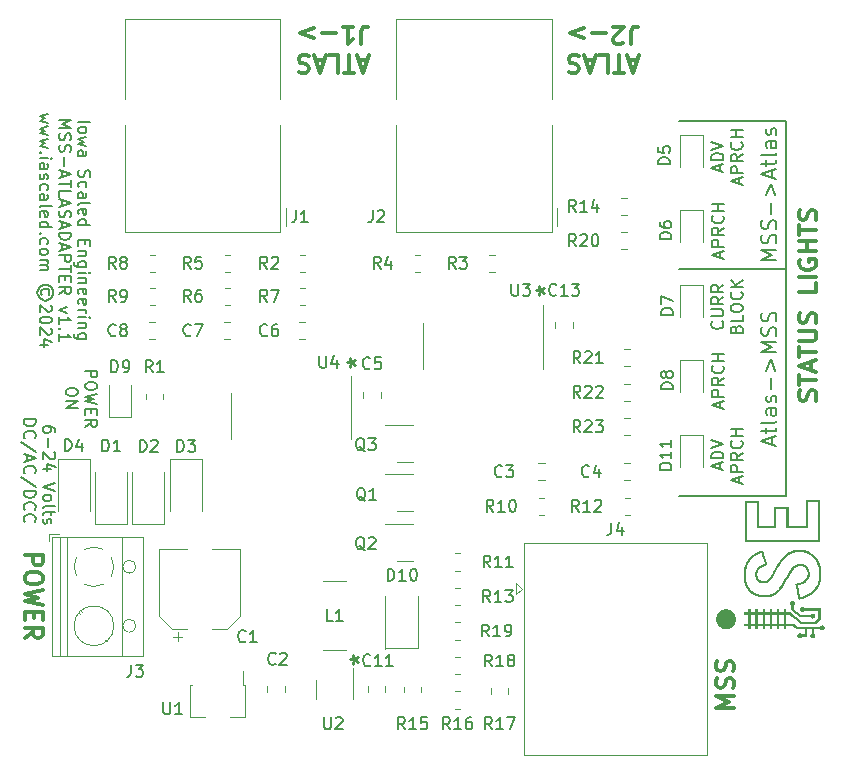
<source format=gto>
G04 #@! TF.GenerationSoftware,KiCad,Pcbnew,6.0.2+dfsg-1*
G04 #@! TF.CreationDate,2024-06-30T21:39:07-06:00*
G04 #@! TF.ProjectId,mss-atlasadapter,6d73732d-6174-46c6-9173-616461707465,rev?*
G04 #@! TF.SameCoordinates,Original*
G04 #@! TF.FileFunction,Legend,Top*
G04 #@! TF.FilePolarity,Positive*
%FSLAX46Y46*%
G04 Gerber Fmt 4.6, Leading zero omitted, Abs format (unit mm)*
G04 Created by KiCad (PCBNEW 6.0.2+dfsg-1) date 2024-06-30 21:39:07*
%MOMM*%
%LPD*%
G01*
G04 APERTURE LIST*
%ADD10C,0.000000*%
%ADD11C,0.150000*%
%ADD12C,0.254000*%
%ADD13C,0.203200*%
%ADD14C,0.152400*%
%ADD15C,0.300000*%
%ADD16C,0.120000*%
%ADD17C,0.100000*%
G04 APERTURE END LIST*
D10*
G36*
X91492034Y-178193422D02*
G01*
X91504076Y-178194680D01*
X91516001Y-178196610D01*
X91527780Y-178199209D01*
X91539381Y-178202469D01*
X91550777Y-178206386D01*
X91561936Y-178210954D01*
X91572828Y-178216168D01*
X91583425Y-178222021D01*
X91593696Y-178228509D01*
X91603612Y-178235625D01*
X91613141Y-178243365D01*
X91622256Y-178251722D01*
X91630925Y-178260692D01*
X91639119Y-178270268D01*
X91646809Y-178280445D01*
X91653963Y-178291217D01*
X91660553Y-178302580D01*
X91666549Y-178314526D01*
X91670766Y-178324461D01*
X91674421Y-178334902D01*
X91677513Y-178345777D01*
X91680043Y-178357014D01*
X91682011Y-178368540D01*
X91683417Y-178380284D01*
X91684260Y-178392172D01*
X91684541Y-178404132D01*
X91684260Y-178416092D01*
X91683417Y-178427980D01*
X91682011Y-178439724D01*
X91680043Y-178451250D01*
X91677513Y-178462487D01*
X91674421Y-178473362D01*
X91670766Y-178483803D01*
X91666549Y-178493737D01*
X91663103Y-178500372D01*
X91658922Y-178507493D01*
X91654114Y-178514973D01*
X91648789Y-178522687D01*
X91643055Y-178530509D01*
X91637020Y-178538312D01*
X91630792Y-178545970D01*
X91624481Y-178553357D01*
X91618194Y-178560347D01*
X91612041Y-178566815D01*
X91606130Y-178572633D01*
X91600569Y-178577677D01*
X91595467Y-178581819D01*
X91593122Y-178583512D01*
X91590933Y-178584933D01*
X91588912Y-178586066D01*
X91587074Y-178586895D01*
X91585432Y-178587403D01*
X91584000Y-178587576D01*
X91583347Y-178588300D01*
X91582714Y-178590425D01*
X91581519Y-178598590D01*
X91580440Y-178611501D01*
X91579502Y-178628587D01*
X91578729Y-178649278D01*
X91578146Y-178673004D01*
X91577650Y-178727276D01*
X91577650Y-178866976D01*
X91900088Y-179122387D01*
X92223233Y-179377798D01*
X93014866Y-179377798D01*
X93024744Y-179359454D01*
X93028196Y-179353643D01*
X93032418Y-179347626D01*
X93037337Y-179341463D01*
X93042879Y-179335212D01*
X93048971Y-179328931D01*
X93055539Y-179322681D01*
X93062510Y-179316520D01*
X93069811Y-179310506D01*
X93077369Y-179304699D01*
X93085109Y-179299158D01*
X93092959Y-179293941D01*
X93100845Y-179289108D01*
X93108693Y-179284717D01*
X93116431Y-179280827D01*
X93123986Y-179277498D01*
X93131282Y-179274787D01*
X93141410Y-179271876D01*
X93152143Y-179269487D01*
X93163377Y-179267616D01*
X93175005Y-179266255D01*
X93186923Y-179265398D01*
X93199024Y-179265039D01*
X93211205Y-179265172D01*
X93223358Y-179265791D01*
X93235379Y-179266890D01*
X93247162Y-179268462D01*
X93258602Y-179270501D01*
X93269594Y-179273001D01*
X93280031Y-179275956D01*
X93289810Y-179279360D01*
X93298823Y-179283205D01*
X93306966Y-179287487D01*
X93319922Y-179295656D01*
X93332064Y-179304287D01*
X93343390Y-179313379D01*
X93353896Y-179322930D01*
X93363580Y-179332941D01*
X93372438Y-179343409D01*
X93380467Y-179354335D01*
X93387664Y-179365716D01*
X93394026Y-179377552D01*
X93399550Y-179389841D01*
X93404232Y-179402583D01*
X93408070Y-179415777D01*
X93411061Y-179429422D01*
X93413201Y-179443516D01*
X93414487Y-179458058D01*
X93414916Y-179473049D01*
X93414654Y-179484333D01*
X93413873Y-179495424D01*
X93412585Y-179506312D01*
X93410800Y-179516985D01*
X93408531Y-179527431D01*
X93405787Y-179537641D01*
X93402580Y-179547604D01*
X93398920Y-179557307D01*
X93394819Y-179566741D01*
X93390288Y-179575894D01*
X93385338Y-179584755D01*
X93379979Y-179593314D01*
X93374223Y-179601559D01*
X93368080Y-179609479D01*
X93361562Y-179617064D01*
X93354679Y-179624302D01*
X93347443Y-179631182D01*
X93339865Y-179637694D01*
X93331955Y-179643827D01*
X93323724Y-179649568D01*
X93315184Y-179654908D01*
X93306346Y-179659836D01*
X93297220Y-179664340D01*
X93287817Y-179668410D01*
X93278148Y-179672034D01*
X93268225Y-179675202D01*
X93258059Y-179677903D01*
X93247659Y-179680125D01*
X93237038Y-179681858D01*
X93226207Y-179683090D01*
X93215175Y-179683811D01*
X93203955Y-179684010D01*
X93191700Y-179683736D01*
X93179798Y-179682913D01*
X93168239Y-179681535D01*
X93157013Y-179679600D01*
X93146110Y-179677102D01*
X93135519Y-179674038D01*
X93125229Y-179670403D01*
X93115231Y-179666194D01*
X93105515Y-179661406D01*
X93096068Y-179656035D01*
X93086883Y-179650077D01*
X93077947Y-179643528D01*
X93069252Y-179636384D01*
X93060785Y-179628640D01*
X93052538Y-179620292D01*
X93044500Y-179611337D01*
X93013455Y-179575354D01*
X92147738Y-179575354D01*
X91761094Y-179269848D01*
X91373744Y-178965049D01*
X91373038Y-178778076D01*
X91372333Y-178591104D01*
X91344816Y-178572054D01*
X91338527Y-178567469D01*
X91332370Y-178562463D01*
X91326361Y-178557060D01*
X91320519Y-178551284D01*
X91314857Y-178545162D01*
X91309395Y-178538717D01*
X91304147Y-178531974D01*
X91299131Y-178524958D01*
X91294363Y-178517695D01*
X91289860Y-178510208D01*
X91285638Y-178502523D01*
X91281713Y-178494664D01*
X91278103Y-178486656D01*
X91274823Y-178478524D01*
X91271891Y-178470293D01*
X91269322Y-178461987D01*
X91267604Y-178455237D01*
X91266150Y-178448355D01*
X91264025Y-178434254D01*
X91262916Y-178419796D01*
X91262795Y-178405091D01*
X91263634Y-178390249D01*
X91265403Y-178375382D01*
X91268072Y-178360599D01*
X91271615Y-178346012D01*
X91276000Y-178331730D01*
X91281200Y-178317865D01*
X91287186Y-178304527D01*
X91293928Y-178291827D01*
X91301397Y-178279875D01*
X91309566Y-178268782D01*
X91313903Y-178263593D01*
X91318404Y-178258659D01*
X91323065Y-178253995D01*
X91327883Y-178249615D01*
X91338428Y-178240865D01*
X91349274Y-178232865D01*
X91360391Y-178225610D01*
X91371750Y-178219096D01*
X91383320Y-178213316D01*
X91395071Y-178208264D01*
X91406974Y-178203936D01*
X91418999Y-178200326D01*
X91431115Y-178197427D01*
X91443294Y-178195235D01*
X91455505Y-178193744D01*
X91467719Y-178192949D01*
X91479905Y-178192843D01*
X91492034Y-178193422D01*
G37*
D11*
X90932000Y-137541000D02*
X81915000Y-137541000D01*
D10*
G36*
X87428983Y-169732854D02*
G01*
X88670761Y-169732854D01*
X88670761Y-171807188D01*
X89919594Y-171807188D01*
X89919594Y-170226743D01*
X91154316Y-170226743D01*
X91154316Y-171807188D01*
X92614816Y-171807188D01*
X92614816Y-169648187D01*
X93849538Y-169648187D01*
X93849538Y-173183021D01*
X87428983Y-173183021D01*
X87428983Y-172999577D01*
X87612428Y-172999577D01*
X93666094Y-172999577D01*
X93666094Y-169831632D01*
X92798261Y-169831632D01*
X92798261Y-171990633D01*
X90970872Y-171990633D01*
X90970872Y-170410188D01*
X90103039Y-170410188D01*
X90103039Y-171990633D01*
X88480261Y-171990633D01*
X88480261Y-169916299D01*
X87612428Y-169916299D01*
X87612428Y-172999577D01*
X87428983Y-172999577D01*
X87428983Y-169732854D01*
G37*
G36*
X92146035Y-178064687D02*
G01*
X92084326Y-178080690D01*
X92060167Y-178086098D01*
X92041403Y-178089500D01*
X92028733Y-178090688D01*
X92024901Y-178090387D01*
X92022855Y-178089454D01*
X91974094Y-177875219D01*
X91874071Y-177411151D01*
X91776296Y-176947744D01*
X91734282Y-176735493D01*
X91736695Y-176734583D01*
X91742606Y-176732979D01*
X91763299Y-176728085D01*
X91793119Y-176721602D01*
X91828827Y-176714326D01*
X91907078Y-176697696D01*
X91982258Y-176678780D01*
X92054320Y-176657609D01*
X92123220Y-176634213D01*
X92188912Y-176608621D01*
X92251350Y-176580865D01*
X92310490Y-176550973D01*
X92366284Y-176518976D01*
X92392913Y-176502197D01*
X92418689Y-176484903D01*
X92443606Y-176467098D01*
X92467658Y-176448785D01*
X92490840Y-176429969D01*
X92513147Y-176410652D01*
X92534571Y-176390839D01*
X92555108Y-176370533D01*
X92574753Y-176349739D01*
X92593498Y-176328459D01*
X92611340Y-176306698D01*
X92628271Y-176284460D01*
X92644287Y-176261747D01*
X92659381Y-176238565D01*
X92673548Y-176214916D01*
X92686782Y-176190804D01*
X92702112Y-176160013D01*
X92715821Y-176129027D01*
X92727909Y-176097845D01*
X92738376Y-176066472D01*
X92747224Y-176034908D01*
X92754450Y-176003157D01*
X92760056Y-175971219D01*
X92764041Y-175939097D01*
X92766406Y-175906794D01*
X92767150Y-175874310D01*
X92766274Y-175841649D01*
X92763777Y-175808812D01*
X92759659Y-175775801D01*
X92753921Y-175742619D01*
X92746562Y-175709268D01*
X92737583Y-175675748D01*
X92721140Y-175626359D01*
X92701254Y-175579579D01*
X92678038Y-175535489D01*
X92651604Y-175494167D01*
X92622066Y-175455694D01*
X92589536Y-175420149D01*
X92554127Y-175387611D01*
X92515950Y-175358160D01*
X92475120Y-175331877D01*
X92431748Y-175308839D01*
X92385947Y-175289127D01*
X92337830Y-175272821D01*
X92287510Y-175260000D01*
X92235099Y-175250744D01*
X92180710Y-175245131D01*
X92124455Y-175243243D01*
X92093380Y-175243843D01*
X92063077Y-175245659D01*
X92033478Y-175248717D01*
X92004511Y-175253044D01*
X91976106Y-175258664D01*
X91948193Y-175265604D01*
X91920702Y-175273890D01*
X91893562Y-175283548D01*
X91866703Y-175294603D01*
X91840056Y-175307081D01*
X91813548Y-175321008D01*
X91787111Y-175336410D01*
X91760674Y-175353312D01*
X91734167Y-175371741D01*
X91707519Y-175391722D01*
X91680660Y-175413282D01*
X91646770Y-175442346D01*
X91613663Y-175472984D01*
X91580998Y-175505698D01*
X91548435Y-175540988D01*
X91515632Y-175579353D01*
X91482248Y-175621294D01*
X91447942Y-175667312D01*
X91412373Y-175717906D01*
X91336082Y-175834824D01*
X91250647Y-175976051D01*
X91153338Y-176145588D01*
X91041428Y-176347437D01*
X90951271Y-176510607D01*
X90871962Y-176651080D01*
X90801318Y-176772354D01*
X90737157Y-176877927D01*
X90677295Y-176971296D01*
X90619549Y-177055958D01*
X90561738Y-177135412D01*
X90501677Y-177213154D01*
X90467605Y-177254331D01*
X90427936Y-177299419D01*
X90384413Y-177346640D01*
X90338782Y-177394217D01*
X90292788Y-177440372D01*
X90248174Y-177483327D01*
X90206685Y-177521304D01*
X90187658Y-177537871D01*
X90170067Y-177552526D01*
X90111561Y-177597756D01*
X90052163Y-177639792D01*
X89991825Y-177678649D01*
X89930497Y-177714341D01*
X89868132Y-177746883D01*
X89804681Y-177776289D01*
X89740095Y-177802574D01*
X89674325Y-177825753D01*
X89607324Y-177845839D01*
X89539042Y-177862847D01*
X89469431Y-177876791D01*
X89398442Y-177887687D01*
X89326027Y-177895549D01*
X89252137Y-177900390D01*
X89176724Y-177902226D01*
X89099739Y-177901071D01*
X89014244Y-177896754D01*
X88930791Y-177889888D01*
X88849372Y-177880469D01*
X88769979Y-177868494D01*
X88692604Y-177853960D01*
X88617238Y-177836864D01*
X88543872Y-177817202D01*
X88472500Y-177794973D01*
X88403111Y-177770172D01*
X88335699Y-177742796D01*
X88270255Y-177712843D01*
X88206770Y-177680309D01*
X88145236Y-177645191D01*
X88085646Y-177607487D01*
X88027990Y-177567192D01*
X87972261Y-177524304D01*
X87958394Y-177512737D01*
X87943380Y-177499603D01*
X87910679Y-177469436D01*
X87875696Y-177435416D01*
X87839969Y-177399156D01*
X87805036Y-177362267D01*
X87772434Y-177326362D01*
X87743702Y-177293054D01*
X87731268Y-177277877D01*
X87720378Y-177263954D01*
X87682569Y-177211110D01*
X87646675Y-177156319D01*
X87612707Y-177099621D01*
X87580678Y-177041053D01*
X87550600Y-176980654D01*
X87522486Y-176918462D01*
X87496348Y-176854515D01*
X87472199Y-176788851D01*
X87450050Y-176721508D01*
X87429915Y-176652525D01*
X87411805Y-176581941D01*
X87395734Y-176509792D01*
X87381713Y-176436119D01*
X87369755Y-176360957D01*
X87359872Y-176284347D01*
X87352078Y-176206326D01*
X87349269Y-176158952D01*
X87347205Y-176097340D01*
X87345901Y-176026368D01*
X87345562Y-175977703D01*
X87530772Y-175977703D01*
X87531013Y-176052394D01*
X87532561Y-176117378D01*
X87535522Y-176167521D01*
X87554280Y-176328558D01*
X87566902Y-176405916D01*
X87581675Y-176481155D01*
X87598592Y-176554268D01*
X87617644Y-176625243D01*
X87638825Y-176694074D01*
X87662125Y-176760750D01*
X87687538Y-176825263D01*
X87715056Y-176887603D01*
X87744671Y-176947763D01*
X87776376Y-177005733D01*
X87810161Y-177061504D01*
X87846021Y-177115067D01*
X87883947Y-177166414D01*
X87923930Y-177215535D01*
X87965965Y-177262422D01*
X88010042Y-177307065D01*
X88056154Y-177349456D01*
X88104293Y-177389586D01*
X88154452Y-177427445D01*
X88206623Y-177463026D01*
X88260798Y-177496318D01*
X88316969Y-177527314D01*
X88375128Y-177556003D01*
X88435269Y-177582378D01*
X88497382Y-177606430D01*
X88561460Y-177628149D01*
X88627496Y-177647526D01*
X88695482Y-177664553D01*
X88765410Y-177679221D01*
X88837272Y-177691521D01*
X88891211Y-177699037D01*
X88944768Y-177705182D01*
X88997878Y-177709960D01*
X89050471Y-177713371D01*
X89102481Y-177715417D01*
X89153842Y-177716102D01*
X89204485Y-177715426D01*
X89254343Y-177713393D01*
X89303350Y-177710003D01*
X89351439Y-177705260D01*
X89398541Y-177699164D01*
X89444590Y-177691719D01*
X89489519Y-177682926D01*
X89533260Y-177672787D01*
X89575746Y-177661305D01*
X89616911Y-177648482D01*
X89657773Y-177634164D01*
X89698806Y-177617976D01*
X89739916Y-177599984D01*
X89781007Y-177580252D01*
X89821988Y-177558846D01*
X89862762Y-177535831D01*
X89903237Y-177511272D01*
X89943318Y-177485234D01*
X89982912Y-177457782D01*
X90021923Y-177428981D01*
X90060258Y-177398896D01*
X90097824Y-177367593D01*
X90134525Y-177335137D01*
X90170269Y-177301592D01*
X90204960Y-177267024D01*
X90238505Y-177231498D01*
X90312437Y-177147427D01*
X90382946Y-177060445D01*
X90452495Y-176966783D01*
X90523549Y-176862669D01*
X90598573Y-176744334D01*
X90680029Y-176608008D01*
X90770381Y-176449919D01*
X90872094Y-176266299D01*
X90985677Y-176060541D01*
X91031749Y-175978515D01*
X91072207Y-175907700D01*
X91108200Y-175846080D01*
X91140878Y-175791636D01*
X91171389Y-175742352D01*
X91200883Y-175696210D01*
X91241160Y-175635999D01*
X91280841Y-175579385D01*
X91320040Y-175526260D01*
X91358872Y-175476517D01*
X91397452Y-175430049D01*
X91435895Y-175386746D01*
X91474315Y-175346504D01*
X91512827Y-175309212D01*
X91551545Y-175274766D01*
X91590585Y-175243056D01*
X91630061Y-175213975D01*
X91670088Y-175187416D01*
X91710781Y-175163271D01*
X91752254Y-175141434D01*
X91794622Y-175121795D01*
X91838000Y-175104249D01*
X91866148Y-175094485D01*
X91895472Y-175085833D01*
X91925842Y-175078297D01*
X91957128Y-175071881D01*
X91989200Y-175066590D01*
X92021926Y-175062428D01*
X92055178Y-175059398D01*
X92088825Y-175057506D01*
X92122736Y-175056754D01*
X92156781Y-175057147D01*
X92190831Y-175058690D01*
X92224754Y-175061386D01*
X92258422Y-175065240D01*
X92291702Y-175070255D01*
X92324466Y-175076436D01*
X92356583Y-175083787D01*
X92421802Y-175103080D01*
X92483773Y-175126740D01*
X92542392Y-175154634D01*
X92597553Y-175186633D01*
X92649149Y-175222605D01*
X92697077Y-175262418D01*
X92741230Y-175305942D01*
X92781504Y-175353045D01*
X92817792Y-175403596D01*
X92849990Y-175457463D01*
X92877991Y-175514516D01*
X92901691Y-175574622D01*
X92920984Y-175637652D01*
X92935764Y-175703473D01*
X92945927Y-175771955D01*
X92951366Y-175842965D01*
X92952155Y-175886638D01*
X92950835Y-175929796D01*
X92947427Y-175972415D01*
X92941955Y-176014468D01*
X92934443Y-176055928D01*
X92924913Y-176096770D01*
X92913389Y-176136967D01*
X92899894Y-176176494D01*
X92884450Y-176215325D01*
X92867081Y-176253433D01*
X92847810Y-176290792D01*
X92826661Y-176327376D01*
X92803655Y-176363159D01*
X92778817Y-176398115D01*
X92752170Y-176432218D01*
X92723736Y-176465441D01*
X92693539Y-176497760D01*
X92661602Y-176529146D01*
X92627948Y-176559576D01*
X92592601Y-176589021D01*
X92516916Y-176644857D01*
X92434734Y-176696445D01*
X92346239Y-176743576D01*
X92251616Y-176786042D01*
X92151051Y-176823634D01*
X92044727Y-176856143D01*
X92026898Y-176860853D01*
X92010177Y-176865381D01*
X91994944Y-176869612D01*
X91981580Y-176873429D01*
X91970465Y-176876717D01*
X91961979Y-176879360D01*
X91956503Y-176881242D01*
X91955012Y-176881862D01*
X91954417Y-176882248D01*
X92051518Y-177347121D01*
X92159733Y-177851682D01*
X92161052Y-177856524D01*
X92161889Y-177858388D01*
X92163007Y-177859862D01*
X92164526Y-177860930D01*
X92166566Y-177861579D01*
X92169250Y-177861794D01*
X92172697Y-177861560D01*
X92177029Y-177860863D01*
X92182367Y-177859688D01*
X92188831Y-177858022D01*
X92196543Y-177855849D01*
X92216192Y-177849926D01*
X92242283Y-177841804D01*
X92298868Y-177823462D01*
X92354809Y-177804175D01*
X92410041Y-177783975D01*
X92464500Y-177762892D01*
X92518119Y-177740957D01*
X92570833Y-177718202D01*
X92622578Y-177694657D01*
X92673289Y-177670354D01*
X92722900Y-177645323D01*
X92771346Y-177619595D01*
X92818562Y-177593202D01*
X92864483Y-177566174D01*
X92909045Y-177538543D01*
X92952180Y-177510339D01*
X92993826Y-177481593D01*
X93033916Y-177452337D01*
X93111441Y-177391099D01*
X93184483Y-177327225D01*
X93253056Y-177260693D01*
X93317175Y-177191480D01*
X93376853Y-177119563D01*
X93432106Y-177044920D01*
X93482947Y-176967528D01*
X93529393Y-176887364D01*
X93571455Y-176804405D01*
X93609151Y-176718628D01*
X93642493Y-176630012D01*
X93671496Y-176538533D01*
X93696175Y-176444168D01*
X93716544Y-176346894D01*
X93732618Y-176246690D01*
X93744410Y-176143532D01*
X93748000Y-176087790D01*
X93749845Y-176019993D01*
X93750053Y-175944028D01*
X93748732Y-175863779D01*
X93745988Y-175783133D01*
X93741930Y-175705977D01*
X93736664Y-175636196D01*
X93730299Y-175577676D01*
X93717930Y-175495042D01*
X93703309Y-175414618D01*
X93686435Y-175336398D01*
X93667306Y-175260375D01*
X93645920Y-175186543D01*
X93622275Y-175114895D01*
X93596368Y-175045427D01*
X93568198Y-174978131D01*
X93537762Y-174913001D01*
X93505059Y-174850031D01*
X93470086Y-174789215D01*
X93432842Y-174730547D01*
X93393323Y-174674020D01*
X93351529Y-174619628D01*
X93307457Y-174567366D01*
X93261105Y-174517226D01*
X93214669Y-174471250D01*
X93166869Y-174427759D01*
X93117647Y-174386723D01*
X93066945Y-174348114D01*
X93014705Y-174311902D01*
X92960869Y-174278060D01*
X92905380Y-174246557D01*
X92848179Y-174217365D01*
X92789208Y-174190456D01*
X92728411Y-174165799D01*
X92665728Y-174143367D01*
X92601102Y-174123129D01*
X92534475Y-174105058D01*
X92465790Y-174089125D01*
X92394987Y-174075300D01*
X92322011Y-174063554D01*
X92300713Y-174060981D01*
X92274827Y-174058816D01*
X92211900Y-174055683D01*
X92138456Y-174054103D01*
X92059720Y-174054029D01*
X91980919Y-174055410D01*
X91907276Y-174058196D01*
X91844019Y-174062339D01*
X91796372Y-174067788D01*
X91757625Y-174074515D01*
X91715795Y-174082847D01*
X91672162Y-174092468D01*
X91628008Y-174103065D01*
X91584615Y-174114324D01*
X91543265Y-174125929D01*
X91505238Y-174137568D01*
X91471816Y-174148926D01*
X91443456Y-174159781D01*
X91414534Y-174171671D01*
X91385149Y-174184538D01*
X91355400Y-174198326D01*
X91325386Y-174212979D01*
X91295207Y-174228438D01*
X91234750Y-174261551D01*
X91174821Y-174297210D01*
X91116216Y-174334962D01*
X91087658Y-174354480D01*
X91059728Y-174374350D01*
X91032525Y-174394516D01*
X91006149Y-174414921D01*
X90989417Y-174428709D01*
X90970646Y-174444994D01*
X90928230Y-174483790D01*
X90881382Y-174528787D01*
X90832583Y-174577463D01*
X90784313Y-174627297D01*
X90739053Y-174675767D01*
X90699283Y-174720350D01*
X90667483Y-174758526D01*
X90600271Y-174845986D01*
X90537110Y-174932876D01*
X90475371Y-175023453D01*
X90412425Y-175121975D01*
X90345642Y-175232702D01*
X90272394Y-175359891D01*
X90190051Y-175507800D01*
X90095983Y-175680687D01*
X90001257Y-175854628D01*
X89920123Y-175999720D01*
X89883837Y-176062706D01*
X89849970Y-176119991D01*
X89818195Y-176172077D01*
X89788184Y-176219467D01*
X89759613Y-176262666D01*
X89732153Y-176302176D01*
X89705479Y-176338500D01*
X89679264Y-176372143D01*
X89653181Y-176403607D01*
X89626904Y-176433395D01*
X89600106Y-176462012D01*
X89572461Y-176489960D01*
X89544727Y-176516717D01*
X89517545Y-176541462D01*
X89490802Y-176564253D01*
X89464389Y-176585144D01*
X89438196Y-176604190D01*
X89412111Y-176621449D01*
X89386024Y-176636976D01*
X89359824Y-176650826D01*
X89333401Y-176663056D01*
X89306644Y-176673721D01*
X89279443Y-176682877D01*
X89251687Y-176690580D01*
X89223265Y-176696886D01*
X89194067Y-176701850D01*
X89163982Y-176705528D01*
X89132900Y-176707976D01*
X89084046Y-176709666D01*
X89035490Y-176708693D01*
X88987400Y-176705124D01*
X88939941Y-176699024D01*
X88893281Y-176690461D01*
X88847584Y-176679500D01*
X88803018Y-176666208D01*
X88759749Y-176650650D01*
X88717944Y-176632892D01*
X88677768Y-176613002D01*
X88639389Y-176591044D01*
X88602972Y-176567086D01*
X88568685Y-176541192D01*
X88536693Y-176513430D01*
X88507163Y-176483866D01*
X88493373Y-176468428D01*
X88480261Y-176452565D01*
X88446827Y-176405983D01*
X88417447Y-176355703D01*
X88392139Y-176302177D01*
X88370922Y-176245859D01*
X88353814Y-176187202D01*
X88340834Y-176126656D01*
X88332000Y-176064677D01*
X88327332Y-176001715D01*
X88326847Y-175938225D01*
X88330565Y-175874657D01*
X88338503Y-175811466D01*
X88350681Y-175749104D01*
X88367117Y-175688024D01*
X88387830Y-175628677D01*
X88412838Y-175571518D01*
X88442161Y-175516998D01*
X88452175Y-175501155D01*
X88464100Y-175484176D01*
X88477748Y-175466251D01*
X88492928Y-175447567D01*
X88509451Y-175428313D01*
X88527129Y-175408676D01*
X88545773Y-175388845D01*
X88565192Y-175369008D01*
X88585199Y-175349353D01*
X88605603Y-175330068D01*
X88626216Y-175311340D01*
X88646849Y-175293359D01*
X88667312Y-175276313D01*
X88687417Y-175260388D01*
X88706974Y-175245775D01*
X88725794Y-175232659D01*
X88760747Y-175210589D01*
X88799833Y-175187592D01*
X88842029Y-175164198D01*
X88886308Y-175140937D01*
X88931646Y-175118337D01*
X88977016Y-175096928D01*
X89021395Y-175077239D01*
X89063756Y-175059799D01*
X89074642Y-175055463D01*
X89084567Y-175051439D01*
X89093561Y-175047709D01*
X89101657Y-175044254D01*
X89108884Y-175041056D01*
X89115275Y-175038095D01*
X89118165Y-175036697D01*
X89120859Y-175035353D01*
X89123358Y-175034058D01*
X89125668Y-175032811D01*
X89127791Y-175031610D01*
X89129733Y-175030452D01*
X89131496Y-175029334D01*
X89133084Y-175028255D01*
X89134502Y-175027213D01*
X89135754Y-175026204D01*
X89136843Y-175025227D01*
X89137772Y-175024278D01*
X89138547Y-175023357D01*
X89139171Y-175022460D01*
X89139647Y-175021586D01*
X89139980Y-175020731D01*
X89140173Y-175019894D01*
X89140231Y-175019073D01*
X89140157Y-175018264D01*
X89139955Y-175017465D01*
X89012955Y-174580021D01*
X88924320Y-174275133D01*
X88895977Y-174179673D01*
X88887622Y-174152412D01*
X88883839Y-174141165D01*
X88882990Y-174139439D01*
X88881977Y-174137975D01*
X88880718Y-174136786D01*
X88879131Y-174135885D01*
X88877135Y-174135285D01*
X88874649Y-174135001D01*
X88871589Y-174135046D01*
X88867875Y-174135433D01*
X88863426Y-174136175D01*
X88858159Y-174137286D01*
X88844846Y-174140669D01*
X88827283Y-174145689D01*
X88804816Y-174152454D01*
X88759401Y-174167066D01*
X88714216Y-174182836D01*
X88669324Y-174199727D01*
X88624789Y-174217707D01*
X88580677Y-174236741D01*
X88537050Y-174256795D01*
X88493973Y-174277835D01*
X88451509Y-174299827D01*
X88409724Y-174322737D01*
X88368681Y-174346530D01*
X88328444Y-174371173D01*
X88289077Y-174396632D01*
X88250645Y-174422871D01*
X88213211Y-174449858D01*
X88176839Y-174477559D01*
X88141594Y-174505938D01*
X88126896Y-174518476D01*
X88111225Y-174532426D01*
X88077631Y-174563859D01*
X88042152Y-174598831D01*
X88006128Y-174635936D01*
X87970897Y-174673769D01*
X87937799Y-174710924D01*
X87908174Y-174745995D01*
X87895082Y-174762310D01*
X87883361Y-174777576D01*
X87850427Y-174823063D01*
X87819093Y-174869576D01*
X87789352Y-174917132D01*
X87761200Y-174965750D01*
X87734632Y-175015447D01*
X87709641Y-175066241D01*
X87686224Y-175118149D01*
X87664374Y-175171188D01*
X87644087Y-175225377D01*
X87625358Y-175280732D01*
X87608181Y-175337272D01*
X87592551Y-175395014D01*
X87578463Y-175453976D01*
X87565912Y-175514175D01*
X87554893Y-175575628D01*
X87545400Y-175638354D01*
X87540721Y-175684561D01*
X87536812Y-175746734D01*
X87533779Y-175819739D01*
X87531730Y-175898440D01*
X87530772Y-175977703D01*
X87345562Y-175977703D01*
X87345375Y-175950915D01*
X87345642Y-175875859D01*
X87346720Y-175806078D01*
X87348624Y-175746450D01*
X87351372Y-175701854D01*
X87370630Y-175546219D01*
X87399468Y-175396141D01*
X87417436Y-175323243D01*
X87437745Y-175251803D01*
X87460378Y-175181843D01*
X87485317Y-175113388D01*
X87512545Y-175046459D01*
X87542043Y-174981079D01*
X87573793Y-174917272D01*
X87607778Y-174855059D01*
X87643980Y-174794465D01*
X87682381Y-174735512D01*
X87722964Y-174678222D01*
X87765710Y-174622619D01*
X87810601Y-174568725D01*
X87857620Y-174516564D01*
X87906749Y-174466158D01*
X87957971Y-174417529D01*
X88011266Y-174370702D01*
X88066618Y-174325699D01*
X88124009Y-174282542D01*
X88183420Y-174241255D01*
X88244835Y-174201860D01*
X88308235Y-174164381D01*
X88373601Y-174128839D01*
X88440918Y-174095259D01*
X88510166Y-174063662D01*
X88581328Y-174034072D01*
X88729322Y-173981004D01*
X88765508Y-173969637D01*
X88806216Y-173957666D01*
X88848893Y-173945744D01*
X88890982Y-173934526D01*
X88929930Y-173924663D01*
X88963180Y-173916810D01*
X88988179Y-173911619D01*
X88996786Y-173910226D01*
X89002372Y-173909743D01*
X89004286Y-173911514D01*
X89007170Y-173916997D01*
X89016152Y-173940126D01*
X89049115Y-174042211D01*
X89106155Y-174232402D01*
X89192166Y-174527104D01*
X89261597Y-174767280D01*
X89317931Y-174964196D01*
X89355480Y-175097612D01*
X89365432Y-175134182D01*
X89368555Y-175147287D01*
X89366077Y-175148486D01*
X89359978Y-175150925D01*
X89338569Y-175158929D01*
X89307635Y-175170108D01*
X89270483Y-175183271D01*
X89186966Y-175213885D01*
X89108860Y-175245190D01*
X89036068Y-175277267D01*
X88968494Y-175310194D01*
X88906043Y-175344051D01*
X88848617Y-175378918D01*
X88821759Y-175396755D01*
X88796122Y-175414874D01*
X88771693Y-175433286D01*
X88748460Y-175451999D01*
X88726412Y-175471025D01*
X88705536Y-175490373D01*
X88685821Y-175510053D01*
X88667254Y-175530075D01*
X88649823Y-175550449D01*
X88633517Y-175571184D01*
X88618323Y-175592292D01*
X88604229Y-175613781D01*
X88591224Y-175635662D01*
X88579295Y-175657945D01*
X88568430Y-175680639D01*
X88558617Y-175703754D01*
X88549845Y-175727302D01*
X88542101Y-175751290D01*
X88535373Y-175775730D01*
X88529650Y-175800632D01*
X88526409Y-175817287D01*
X88523566Y-175835120D01*
X88521121Y-175853951D01*
X88519077Y-175873602D01*
X88516193Y-175914647D01*
X88514921Y-175956824D01*
X88515270Y-175998704D01*
X88517248Y-176038856D01*
X88518850Y-176057837D01*
X88520862Y-176075849D01*
X88523286Y-176092715D01*
X88526122Y-176108254D01*
X88537220Y-176153747D01*
X88550939Y-176196570D01*
X88567290Y-176236730D01*
X88586282Y-176274236D01*
X88596771Y-176291996D01*
X88607923Y-176309096D01*
X88619741Y-176325537D01*
X88632224Y-176341319D01*
X88645374Y-176356444D01*
X88659193Y-176370912D01*
X88673682Y-176384726D01*
X88688841Y-176397885D01*
X88704671Y-176410391D01*
X88721175Y-176422244D01*
X88738353Y-176433447D01*
X88756206Y-176443999D01*
X88793943Y-176463158D01*
X88834395Y-176479729D01*
X88877571Y-176493720D01*
X88923481Y-176505140D01*
X88972133Y-176513997D01*
X89023539Y-176520299D01*
X89044993Y-176522115D01*
X89065494Y-176523321D01*
X89085132Y-176523900D01*
X89103994Y-176523837D01*
X89122170Y-176523117D01*
X89139748Y-176521725D01*
X89156819Y-176519644D01*
X89173469Y-176516859D01*
X89189789Y-176513355D01*
X89205867Y-176509116D01*
X89221792Y-176504126D01*
X89237653Y-176498371D01*
X89253538Y-176491834D01*
X89269538Y-176484501D01*
X89285740Y-176476355D01*
X89302233Y-176467382D01*
X89321458Y-176456011D01*
X89340777Y-176443324D01*
X89360199Y-176429310D01*
X89379734Y-176413958D01*
X89399393Y-176397258D01*
X89419187Y-176379201D01*
X89439126Y-176359775D01*
X89459219Y-176338971D01*
X89479478Y-176316777D01*
X89499913Y-176293184D01*
X89520533Y-176268181D01*
X89541350Y-176241758D01*
X89562374Y-176213905D01*
X89583615Y-176184611D01*
X89605083Y-176153866D01*
X89626789Y-176121660D01*
X89656487Y-176076161D01*
X89685250Y-176030456D01*
X89714659Y-175981823D01*
X89746292Y-175927544D01*
X89822547Y-175791162D01*
X89926650Y-175599549D01*
X89997413Y-175468480D01*
X90058975Y-175355867D01*
X90113045Y-175258732D01*
X90161335Y-175174098D01*
X90205558Y-175098990D01*
X90247424Y-175030430D01*
X90288645Y-174965442D01*
X90330933Y-174901049D01*
X90415958Y-174778959D01*
X90502341Y-174665031D01*
X90590250Y-174559158D01*
X90679852Y-174461234D01*
X90771314Y-174371152D01*
X90864804Y-174288807D01*
X90960489Y-174214091D01*
X91058537Y-174146898D01*
X91159115Y-174087121D01*
X91262390Y-174034655D01*
X91368531Y-173989393D01*
X91477703Y-173951227D01*
X91590076Y-173920053D01*
X91705815Y-173895763D01*
X91825090Y-173878251D01*
X91948066Y-173867410D01*
X92023646Y-173864386D01*
X92101591Y-173864257D01*
X92180958Y-173866938D01*
X92260804Y-173872349D01*
X92340187Y-173880405D01*
X92418165Y-173891024D01*
X92493794Y-173904124D01*
X92566133Y-173919621D01*
X92697411Y-173955720D01*
X92823107Y-174000647D01*
X92943043Y-174054202D01*
X93057045Y-174116184D01*
X93164937Y-174186394D01*
X93266543Y-174264629D01*
X93361687Y-174350691D01*
X93450194Y-174444378D01*
X93531888Y-174545490D01*
X93606593Y-174653826D01*
X93674134Y-174769186D01*
X93734334Y-174891369D01*
X93787019Y-175020175D01*
X93832012Y-175155404D01*
X93869138Y-175296855D01*
X93898221Y-175444326D01*
X93913560Y-175550580D01*
X93925154Y-175659885D01*
X93932961Y-175770793D01*
X93936939Y-175881859D01*
X93937048Y-175991635D01*
X93933246Y-176098674D01*
X93925492Y-176201529D01*
X93920120Y-176250936D01*
X93913744Y-176298754D01*
X93893860Y-176413523D01*
X93868612Y-176524986D01*
X93838007Y-176633130D01*
X93802057Y-176737940D01*
X93760769Y-176839401D01*
X93714153Y-176937499D01*
X93662219Y-177032220D01*
X93604975Y-177123548D01*
X93542432Y-177211470D01*
X93474597Y-177295971D01*
X93401482Y-177377037D01*
X93323095Y-177454652D01*
X93239444Y-177528804D01*
X93150541Y-177599476D01*
X93056393Y-177666655D01*
X92957011Y-177730326D01*
X92916436Y-177753906D01*
X92867758Y-177780454D01*
X92813391Y-177808771D01*
X92755751Y-177837659D01*
X92697250Y-177865918D01*
X92640304Y-177892351D01*
X92587327Y-177915757D01*
X92540733Y-177934938D01*
X92468937Y-177961979D01*
X92387980Y-177990136D01*
X92303451Y-178017748D01*
X92220940Y-178043152D01*
X92169250Y-178058013D01*
X92146035Y-178064687D01*
G37*
D11*
X81915000Y-169291000D02*
X90932000Y-169291000D01*
D10*
G36*
X92321412Y-178697793D02*
G01*
X92334439Y-178698511D01*
X92346993Y-178699804D01*
X92359085Y-178701678D01*
X92370727Y-178704139D01*
X92381929Y-178707193D01*
X92392704Y-178710846D01*
X92403062Y-178715106D01*
X92413014Y-178719977D01*
X92417842Y-178722643D01*
X92422573Y-178725466D01*
X92427209Y-178728444D01*
X92431750Y-178731579D01*
X92440555Y-178738323D01*
X92449001Y-178745703D01*
X92457099Y-178753726D01*
X92464859Y-178762399D01*
X92472294Y-178771726D01*
X92498400Y-178805593D01*
X93180671Y-178805593D01*
X93863649Y-178806299D01*
X93863649Y-179755271D01*
X93671739Y-179947182D01*
X93479122Y-180139798D01*
X92206300Y-180139798D01*
X91711000Y-179748215D01*
X91216405Y-179356632D01*
X90963817Y-179356632D01*
X90963817Y-180125687D01*
X91286255Y-180125687D01*
X91609399Y-180126393D01*
X91768149Y-180252687D01*
X91926899Y-180378982D01*
X92872344Y-180379687D01*
X93817788Y-180379687D01*
X93848128Y-180344410D01*
X93856600Y-180334865D01*
X93865109Y-180326064D01*
X93873690Y-180317988D01*
X93882380Y-180310620D01*
X93891214Y-180303943D01*
X93900229Y-180297938D01*
X93909462Y-180292589D01*
X93918947Y-180287877D01*
X93928722Y-180283785D01*
X93938823Y-180280296D01*
X93949285Y-180277392D01*
X93960145Y-180275056D01*
X93971439Y-180273269D01*
X93983204Y-180272014D01*
X93995475Y-180271274D01*
X94008288Y-180271032D01*
X94024827Y-180270953D01*
X94032123Y-180271077D01*
X94038870Y-180271329D01*
X94045146Y-180271727D01*
X94051027Y-180272284D01*
X94056590Y-180273018D01*
X94061911Y-180273942D01*
X94067066Y-180275073D01*
X94072133Y-180276427D01*
X94077187Y-180278018D01*
X94082305Y-180279862D01*
X94087564Y-180281975D01*
X94093040Y-180284373D01*
X94098809Y-180287070D01*
X94104949Y-180290082D01*
X94118681Y-180297406D01*
X94131564Y-180305353D01*
X94143592Y-180313916D01*
X94154757Y-180323089D01*
X94165054Y-180332865D01*
X94174477Y-180343238D01*
X94183019Y-180354203D01*
X94190674Y-180365753D01*
X94197437Y-180377881D01*
X94203300Y-180390582D01*
X94208258Y-180403849D01*
X94212304Y-180417677D01*
X94215433Y-180432059D01*
X94217637Y-180446988D01*
X94218911Y-180462459D01*
X94219249Y-180478465D01*
X94219016Y-180491053D01*
X94218307Y-180503171D01*
X94217110Y-180514841D01*
X94215413Y-180526090D01*
X94213203Y-180536942D01*
X94210468Y-180547422D01*
X94207196Y-180557555D01*
X94203374Y-180567365D01*
X94198990Y-180576878D01*
X94194031Y-180586117D01*
X94188485Y-180595109D01*
X94182340Y-180603878D01*
X94175583Y-180612448D01*
X94168201Y-180620844D01*
X94160183Y-180629092D01*
X94151516Y-180637215D01*
X94142928Y-180644584D01*
X94134338Y-180651351D01*
X94125710Y-180657527D01*
X94117010Y-180663122D01*
X94108203Y-180668147D01*
X94099253Y-180672611D01*
X94090125Y-180676526D01*
X94080784Y-180679901D01*
X94071196Y-180682747D01*
X94061324Y-180685074D01*
X94051133Y-180686893D01*
X94040590Y-180688213D01*
X94029657Y-180689046D01*
X94018301Y-180689401D01*
X94006486Y-180689289D01*
X93994177Y-180688721D01*
X93982288Y-180687663D01*
X93970701Y-180686079D01*
X93959420Y-180683972D01*
X93948449Y-180681345D01*
X93937791Y-180678202D01*
X93927453Y-180674545D01*
X93917436Y-180670377D01*
X93907747Y-180665702D01*
X93898388Y-180660522D01*
X93889364Y-180654842D01*
X93880678Y-180648663D01*
X93872337Y-180641989D01*
X93864342Y-180634823D01*
X93856699Y-180627168D01*
X93849411Y-180619027D01*
X93842483Y-180610404D01*
X93817788Y-180577243D01*
X93306260Y-180577243D01*
X93306260Y-180940604D01*
X93342244Y-180971648D01*
X93352867Y-180981353D01*
X93362649Y-180991524D01*
X93371594Y-181002123D01*
X93379709Y-181013112D01*
X93386998Y-181024453D01*
X93393467Y-181036108D01*
X93399122Y-181048039D01*
X93403969Y-181060207D01*
X93408013Y-181072574D01*
X93411259Y-181085103D01*
X93413713Y-181097755D01*
X93415381Y-181110493D01*
X93416268Y-181123277D01*
X93416379Y-181136070D01*
X93415721Y-181148834D01*
X93414299Y-181161531D01*
X93412118Y-181174122D01*
X93409184Y-181186570D01*
X93405503Y-181198836D01*
X93401079Y-181210883D01*
X93395920Y-181222671D01*
X93390029Y-181234164D01*
X93383413Y-181245322D01*
X93376078Y-181256109D01*
X93368028Y-181266484D01*
X93359270Y-181276412D01*
X93349808Y-181285853D01*
X93339649Y-181294769D01*
X93328798Y-181303123D01*
X93317261Y-181310876D01*
X93305043Y-181317989D01*
X93292150Y-181324426D01*
X93284551Y-181327765D01*
X93276844Y-181330771D01*
X93269039Y-181333447D01*
X93261149Y-181335795D01*
X93253185Y-181337817D01*
X93245157Y-181339517D01*
X93237078Y-181340895D01*
X93228958Y-181341955D01*
X93212644Y-181343128D01*
X93196304Y-181343054D01*
X93180031Y-181341753D01*
X93163915Y-181339243D01*
X93148047Y-181335542D01*
X93132518Y-181330669D01*
X93117419Y-181324642D01*
X93102840Y-181317481D01*
X93095775Y-181313480D01*
X93088874Y-181309203D01*
X93082149Y-181304652D01*
X93075610Y-181299828D01*
X93069270Y-181294735D01*
X93063140Y-181289374D01*
X93057232Y-181283748D01*
X93051555Y-181277859D01*
X93044185Y-181269500D01*
X93037411Y-181261322D01*
X93031215Y-181253273D01*
X93025582Y-181245305D01*
X93020494Y-181237365D01*
X93015935Y-181229404D01*
X93011889Y-181221370D01*
X93008340Y-181213213D01*
X93005269Y-181204883D01*
X93002662Y-181196328D01*
X93000501Y-181187498D01*
X92998771Y-181178343D01*
X92997453Y-181168812D01*
X92996533Y-181158853D01*
X92995992Y-181148418D01*
X92995816Y-181137454D01*
X92996002Y-181124214D01*
X92996580Y-181111705D01*
X92997574Y-181099864D01*
X92999013Y-181088627D01*
X93000923Y-181077932D01*
X93003332Y-181067716D01*
X93006265Y-181057914D01*
X93009751Y-181048466D01*
X93013815Y-181039306D01*
X93018485Y-181030373D01*
X93023787Y-181021604D01*
X93029749Y-181012934D01*
X93036397Y-181004302D01*
X93043758Y-180995644D01*
X93051859Y-180986897D01*
X93060727Y-180977998D01*
X93101649Y-180937076D01*
X93101649Y-180577243D01*
X92699483Y-180577243D01*
X92699483Y-181233409D01*
X92293789Y-181233409D01*
X92262744Y-181269393D01*
X92252406Y-181280719D01*
X92241522Y-181291141D01*
X92230126Y-181300650D01*
X92218250Y-181309235D01*
X92205927Y-181316885D01*
X92193192Y-181323591D01*
X92180075Y-181329342D01*
X92166612Y-181334128D01*
X92152834Y-181337937D01*
X92138776Y-181340761D01*
X92124469Y-181342589D01*
X92109947Y-181343410D01*
X92095243Y-181343214D01*
X92080391Y-181341991D01*
X92065423Y-181339730D01*
X92050372Y-181336421D01*
X92032195Y-181331061D01*
X92014988Y-181324531D01*
X92006757Y-181320839D01*
X91998780Y-181316868D01*
X91991059Y-181312624D01*
X91983598Y-181308110D01*
X91976400Y-181303332D01*
X91969470Y-181298294D01*
X91962810Y-181293000D01*
X91956424Y-181287456D01*
X91950316Y-181281666D01*
X91944488Y-181275635D01*
X91938946Y-181269367D01*
X91933691Y-181262866D01*
X91928727Y-181256139D01*
X91924059Y-181249189D01*
X91919689Y-181242020D01*
X91915620Y-181234639D01*
X91911858Y-181227048D01*
X91908404Y-181219254D01*
X91905262Y-181211259D01*
X91902437Y-181203071D01*
X91899930Y-181194692D01*
X91897747Y-181186127D01*
X91894363Y-181168460D01*
X91892312Y-181150106D01*
X91891622Y-181131104D01*
X91891816Y-181123206D01*
X91892263Y-181115392D01*
X91892963Y-181107664D01*
X91893911Y-181100026D01*
X91895105Y-181092484D01*
X91896544Y-181085042D01*
X91898224Y-181077702D01*
X91900144Y-181070470D01*
X91902300Y-181063350D01*
X91904690Y-181056345D01*
X91907312Y-181049461D01*
X91910163Y-181042700D01*
X91913242Y-181036068D01*
X91916544Y-181029567D01*
X91920069Y-181023204D01*
X91923813Y-181016980D01*
X91927774Y-181010902D01*
X91931950Y-181004972D01*
X91936337Y-180999195D01*
X91940935Y-180993576D01*
X91945740Y-180988117D01*
X91950749Y-180982824D01*
X91955961Y-180977701D01*
X91961373Y-180972751D01*
X91966982Y-180967979D01*
X91972786Y-180963388D01*
X91978782Y-180958984D01*
X91984969Y-180954770D01*
X91991343Y-180950750D01*
X91997902Y-180946929D01*
X92004644Y-180943310D01*
X92011566Y-180939898D01*
X92019994Y-180936277D01*
X92029084Y-180933087D01*
X92038752Y-180930328D01*
X92048917Y-180928003D01*
X92059494Y-180926112D01*
X92070403Y-180924656D01*
X92081559Y-180923636D01*
X92092881Y-180923053D01*
X92104286Y-180922909D01*
X92115691Y-180923203D01*
X92127013Y-180923938D01*
X92138169Y-180925115D01*
X92149078Y-180926733D01*
X92159656Y-180928796D01*
X92169820Y-180931302D01*
X92179489Y-180934254D01*
X92186350Y-180936894D01*
X92193633Y-180940257D01*
X92201230Y-180944256D01*
X92209034Y-180948806D01*
X92216937Y-180953819D01*
X92224831Y-180959207D01*
X92232610Y-180964886D01*
X92240166Y-180970766D01*
X92247391Y-180976763D01*
X92254178Y-180982788D01*
X92260419Y-180988756D01*
X92266007Y-180994579D01*
X92270834Y-181000170D01*
X92274793Y-181005443D01*
X92276414Y-181007933D01*
X92277777Y-181010311D01*
X92278869Y-181012566D01*
X92279677Y-181014687D01*
X92280527Y-181017055D01*
X92281578Y-181019142D01*
X92282965Y-181020967D01*
X92284826Y-181022548D01*
X92287293Y-181023900D01*
X92290504Y-181025043D01*
X92294594Y-181025994D01*
X92299697Y-181026770D01*
X92305950Y-181027389D01*
X92313487Y-181027868D01*
X92332958Y-181028479D01*
X92359191Y-181028742D01*
X92393272Y-181028798D01*
X92501928Y-181028798D01*
X92501928Y-180577243D01*
X91851405Y-180577243D01*
X91691950Y-180450243D01*
X91531788Y-180323243D01*
X90963817Y-180323243D01*
X90963817Y-180577243D01*
X90730983Y-180577243D01*
X90730983Y-180323243D01*
X90364094Y-180323243D01*
X90364094Y-180577243D01*
X90138316Y-180577243D01*
X90138316Y-180323243D01*
X89764372Y-180323243D01*
X89764372Y-180577243D01*
X89538594Y-180577243D01*
X89538594Y-180323243D01*
X89164650Y-180323243D01*
X89164650Y-180577243D01*
X88945927Y-180577243D01*
X88945927Y-180323243D01*
X88571983Y-180323243D01*
X88571983Y-180577243D01*
X88346205Y-180577243D01*
X88346205Y-180323243D01*
X87972261Y-180323243D01*
X87972261Y-180577243D01*
X87753539Y-180577243D01*
X87753539Y-180323243D01*
X87400761Y-180323243D01*
X87400761Y-180125687D01*
X87753539Y-180125687D01*
X87972261Y-180125687D01*
X88346205Y-180125687D01*
X88571983Y-180125687D01*
X88945927Y-180125687D01*
X89164650Y-180125687D01*
X89538594Y-180125687D01*
X89764372Y-180125687D01*
X90138316Y-180125687D01*
X90364094Y-180125687D01*
X90730983Y-180125687D01*
X90730983Y-179356632D01*
X90364094Y-179356632D01*
X90364094Y-180125687D01*
X90138316Y-180125687D01*
X90138316Y-179356632D01*
X89764372Y-179356632D01*
X89764372Y-180125687D01*
X89538594Y-180125687D01*
X89538594Y-179356632D01*
X89164650Y-179356632D01*
X89164650Y-180125687D01*
X88945927Y-180125687D01*
X88945927Y-179356632D01*
X88571983Y-179356632D01*
X88571983Y-180125687D01*
X88346205Y-180125687D01*
X88346205Y-179356632D01*
X87972261Y-179356632D01*
X87972261Y-180125687D01*
X87753539Y-180125687D01*
X87753539Y-179356632D01*
X87400761Y-179356632D01*
X87400761Y-179159076D01*
X87753539Y-179159076D01*
X87753539Y-178905076D01*
X87972261Y-178905076D01*
X87972261Y-179159076D01*
X88346205Y-179159076D01*
X88346205Y-178905076D01*
X88571983Y-178905076D01*
X88571983Y-179159076D01*
X88945927Y-179159076D01*
X88945927Y-178905076D01*
X89164650Y-178905076D01*
X89164650Y-179159076D01*
X89538594Y-179159076D01*
X89538594Y-178905076D01*
X89764372Y-178905076D01*
X89764372Y-179159076D01*
X90138316Y-179159076D01*
X90138316Y-178905076D01*
X90364094Y-178905076D01*
X90364094Y-179159076D01*
X90730983Y-179159076D01*
X90730983Y-178905076D01*
X90963817Y-178905076D01*
X90963817Y-179159076D01*
X91292605Y-179159076D01*
X91787199Y-179550660D01*
X92282499Y-179942243D01*
X93394455Y-179942243D01*
X93666094Y-179670604D01*
X93666094Y-179003854D01*
X93081188Y-179003854D01*
X92890921Y-179003882D01*
X92813588Y-179003947D01*
X92747031Y-179004075D01*
X92717538Y-179004168D01*
X92690433Y-179004285D01*
X92665613Y-179004427D01*
X92642976Y-179004598D01*
X92622421Y-179004800D01*
X92603844Y-179005036D01*
X92587144Y-179005307D01*
X92572218Y-179005618D01*
X92558965Y-179005970D01*
X92547281Y-179006366D01*
X92537066Y-179006808D01*
X92532476Y-179007047D01*
X92528216Y-179007299D01*
X92524271Y-179007564D01*
X92520630Y-179007842D01*
X92517278Y-179008134D01*
X92514205Y-179008440D01*
X92511396Y-179008759D01*
X92508839Y-179009094D01*
X92506521Y-179009443D01*
X92504430Y-179009807D01*
X92502552Y-179010187D01*
X92500875Y-179010583D01*
X92499387Y-179010995D01*
X92498074Y-179011423D01*
X92496923Y-179011868D01*
X92495922Y-179012330D01*
X92495059Y-179012810D01*
X92494319Y-179013307D01*
X92493691Y-179013823D01*
X92493162Y-179014357D01*
X92492719Y-179014910D01*
X92492348Y-179015481D01*
X92492039Y-179016072D01*
X92491777Y-179016683D01*
X92491344Y-179017965D01*
X92490452Y-179020295D01*
X92489240Y-179022777D01*
X92485919Y-179028152D01*
X92481504Y-179033989D01*
X92476119Y-179040190D01*
X92469887Y-179046656D01*
X92462930Y-179053287D01*
X92455372Y-179059984D01*
X92447335Y-179066648D01*
X92438942Y-179073180D01*
X92430317Y-179079481D01*
X92421583Y-179085450D01*
X92412862Y-179090990D01*
X92404277Y-179096001D01*
X92395952Y-179100383D01*
X92388009Y-179104037D01*
X92380572Y-179106865D01*
X92370422Y-179109892D01*
X92359859Y-179112364D01*
X92348951Y-179114285D01*
X92337765Y-179115663D01*
X92326368Y-179116503D01*
X92314827Y-179116812D01*
X92303210Y-179116596D01*
X92291584Y-179115861D01*
X92280015Y-179114614D01*
X92268572Y-179112860D01*
X92257321Y-179110606D01*
X92246329Y-179107857D01*
X92235664Y-179104621D01*
X92225392Y-179100904D01*
X92215582Y-179096711D01*
X92206300Y-179092049D01*
X92198216Y-179087520D01*
X92190610Y-179082908D01*
X92183450Y-179078178D01*
X92176699Y-179073296D01*
X92170325Y-179068228D01*
X92164293Y-179062940D01*
X92158568Y-179057398D01*
X92153118Y-179051567D01*
X92147907Y-179045414D01*
X92142903Y-179038905D01*
X92138069Y-179032004D01*
X92133373Y-179024679D01*
X92128781Y-179016895D01*
X92124258Y-179008618D01*
X92119770Y-178999814D01*
X92115283Y-178990449D01*
X92110307Y-178979121D01*
X92108237Y-178973960D01*
X92106430Y-178969017D01*
X92104876Y-178964207D01*
X92103562Y-178959443D01*
X92102478Y-178954637D01*
X92101613Y-178949703D01*
X92100953Y-178944554D01*
X92100489Y-178939103D01*
X92100210Y-178933263D01*
X92100102Y-178926948D01*
X92100156Y-178920071D01*
X92100360Y-178912545D01*
X92101171Y-178895199D01*
X92101969Y-178883142D01*
X92103054Y-178871805D01*
X92104449Y-178861129D01*
X92106176Y-178851057D01*
X92108260Y-178841531D01*
X92110721Y-178832492D01*
X92113584Y-178823884D01*
X92116870Y-178815647D01*
X92120603Y-178807725D01*
X92124805Y-178800059D01*
X92129499Y-178792591D01*
X92134708Y-178785264D01*
X92140454Y-178778020D01*
X92146760Y-178770800D01*
X92153649Y-178763548D01*
X92161144Y-178756204D01*
X92169636Y-178748338D01*
X92177954Y-178741128D01*
X92186155Y-178734556D01*
X92194294Y-178728599D01*
X92202429Y-178723238D01*
X92210617Y-178718451D01*
X92218914Y-178714219D01*
X92227378Y-178710519D01*
X92236065Y-178707333D01*
X92245032Y-178704638D01*
X92254336Y-178702414D01*
X92264034Y-178700642D01*
X92274182Y-178699299D01*
X92284838Y-178698365D01*
X92296058Y-178697820D01*
X92307899Y-178697643D01*
X92321412Y-178697793D01*
G37*
D11*
X90932000Y-169291000D02*
X90932000Y-137541000D01*
X81915000Y-150114000D02*
X90932000Y-150114000D01*
D10*
G36*
X85888050Y-178905958D02*
G01*
X85919445Y-178907653D01*
X85950698Y-178910351D01*
X85981666Y-178914051D01*
X86012206Y-178918747D01*
X86042175Y-178924434D01*
X86071431Y-178931110D01*
X86099831Y-178938770D01*
X86127233Y-178947410D01*
X86151174Y-178955904D01*
X86174595Y-178964993D01*
X86197522Y-178974695D01*
X86219981Y-178985025D01*
X86241997Y-178995999D01*
X86263597Y-179007635D01*
X86284806Y-179019950D01*
X86305650Y-179032958D01*
X86326156Y-179046678D01*
X86346348Y-179061125D01*
X86366253Y-179076317D01*
X86385896Y-179092269D01*
X86405304Y-179108998D01*
X86424502Y-179126521D01*
X86443516Y-179144855D01*
X86462372Y-179164015D01*
X86488318Y-179192012D01*
X86512713Y-179220710D01*
X86535560Y-179250115D01*
X86556861Y-179280233D01*
X86576621Y-179311071D01*
X86594841Y-179342634D01*
X86611526Y-179374928D01*
X86626678Y-179407961D01*
X86640301Y-179441738D01*
X86652397Y-179476265D01*
X86662969Y-179511548D01*
X86672021Y-179547595D01*
X86679556Y-179584410D01*
X86685577Y-179622001D01*
X86690087Y-179660372D01*
X86693089Y-179699532D01*
X86694417Y-179743257D01*
X86693393Y-179786800D01*
X86690048Y-179830079D01*
X86684412Y-179873010D01*
X86676515Y-179915512D01*
X86666386Y-179957501D01*
X86654056Y-179998894D01*
X86639555Y-180039610D01*
X86622912Y-180079564D01*
X86604157Y-180118676D01*
X86583321Y-180156861D01*
X86560433Y-180194038D01*
X86535524Y-180230123D01*
X86508623Y-180265034D01*
X86479761Y-180298689D01*
X86448966Y-180331004D01*
X86418321Y-180360396D01*
X86386729Y-180387973D01*
X86354219Y-180413726D01*
X86320820Y-180437642D01*
X86286561Y-180459710D01*
X86251471Y-180479919D01*
X86215580Y-180498257D01*
X86178915Y-180514713D01*
X86141506Y-180529276D01*
X86103382Y-180541933D01*
X86064572Y-180552675D01*
X86025104Y-180561489D01*
X85985008Y-180568364D01*
X85944312Y-180573289D01*
X85903046Y-180576253D01*
X85861238Y-180577243D01*
X85824765Y-180576487D01*
X85788656Y-180574235D01*
X85752946Y-180570516D01*
X85717669Y-180565355D01*
X85682859Y-180558778D01*
X85648551Y-180550812D01*
X85614778Y-180541484D01*
X85581574Y-180530819D01*
X85548974Y-180518846D01*
X85517012Y-180505589D01*
X85485721Y-180491076D01*
X85455137Y-180475333D01*
X85425292Y-180458386D01*
X85396221Y-180440262D01*
X85367959Y-180420988D01*
X85340539Y-180400589D01*
X85313995Y-180379093D01*
X85288362Y-180356526D01*
X85263674Y-180332914D01*
X85239964Y-180308284D01*
X85217267Y-180282663D01*
X85195618Y-180256076D01*
X85175049Y-180228550D01*
X85155595Y-180200112D01*
X85137291Y-180170789D01*
X85120170Y-180140606D01*
X85104267Y-180109591D01*
X85089615Y-180077769D01*
X85076249Y-180045167D01*
X85064202Y-180011812D01*
X85053510Y-179977731D01*
X85044206Y-179942948D01*
X85038892Y-179920349D01*
X85033975Y-179898675D01*
X85031872Y-179888971D01*
X85030117Y-179880441D01*
X85028791Y-179873399D01*
X85027978Y-179868160D01*
X85026654Y-179856129D01*
X85025588Y-179841701D01*
X85024207Y-179807041D01*
X85023786Y-179766956D01*
X85024274Y-179724226D01*
X85025621Y-179681628D01*
X85027779Y-179641941D01*
X85030698Y-179607942D01*
X85032427Y-179593944D01*
X85034328Y-179582410D01*
X85040709Y-179551662D01*
X85048207Y-179521340D01*
X85056813Y-179491457D01*
X85066519Y-179462024D01*
X85077316Y-179433054D01*
X85089196Y-179404560D01*
X85102151Y-179376553D01*
X85116172Y-179349047D01*
X85131252Y-179322053D01*
X85147382Y-179295585D01*
X85164554Y-179269653D01*
X85182759Y-179244272D01*
X85201990Y-179219453D01*
X85222237Y-179195208D01*
X85243493Y-179171551D01*
X85265750Y-179148493D01*
X85286230Y-179128658D01*
X85307186Y-179109634D01*
X85328616Y-179091422D01*
X85350516Y-179074024D01*
X85372883Y-179057440D01*
X85395714Y-179041672D01*
X85419006Y-179026720D01*
X85442756Y-179012585D01*
X85466961Y-178999269D01*
X85491617Y-178986773D01*
X85516722Y-178975098D01*
X85542273Y-178964244D01*
X85568265Y-178954212D01*
X85594697Y-178945005D01*
X85621565Y-178936622D01*
X85648866Y-178929065D01*
X85676268Y-178922574D01*
X85704669Y-178917120D01*
X85733925Y-178912700D01*
X85763894Y-178909310D01*
X85794434Y-178906944D01*
X85825401Y-178905600D01*
X85856654Y-178905273D01*
X85888050Y-178905958D01*
G37*
D12*
X54029428Y-183134000D02*
X54392285Y-183134000D01*
X54247142Y-183496857D02*
X54392285Y-183134000D01*
X54247142Y-182771142D01*
X54682571Y-183351714D02*
X54392285Y-183134000D01*
X54682571Y-182916285D01*
D13*
X89746666Y-164979047D02*
X89746666Y-164374285D01*
X90109523Y-165100000D02*
X88839523Y-164676666D01*
X90109523Y-164253333D01*
X89262857Y-164011428D02*
X89262857Y-163527619D01*
X88839523Y-163830000D02*
X89928095Y-163830000D01*
X90049047Y-163769523D01*
X90109523Y-163648571D01*
X90109523Y-163527619D01*
X90109523Y-162922857D02*
X90049047Y-163043809D01*
X89928095Y-163104285D01*
X88839523Y-163104285D01*
X90109523Y-161894761D02*
X89444285Y-161894761D01*
X89323333Y-161955238D01*
X89262857Y-162076190D01*
X89262857Y-162318095D01*
X89323333Y-162439047D01*
X90049047Y-161894761D02*
X90109523Y-162015714D01*
X90109523Y-162318095D01*
X90049047Y-162439047D01*
X89928095Y-162499523D01*
X89807142Y-162499523D01*
X89686190Y-162439047D01*
X89625714Y-162318095D01*
X89625714Y-162015714D01*
X89565238Y-161894761D01*
X90049047Y-161350476D02*
X90109523Y-161229523D01*
X90109523Y-160987619D01*
X90049047Y-160866666D01*
X89928095Y-160806190D01*
X89867619Y-160806190D01*
X89746666Y-160866666D01*
X89686190Y-160987619D01*
X89686190Y-161169047D01*
X89625714Y-161290000D01*
X89504761Y-161350476D01*
X89444285Y-161350476D01*
X89323333Y-161290000D01*
X89262857Y-161169047D01*
X89262857Y-160987619D01*
X89323333Y-160866666D01*
X89625714Y-160261904D02*
X89625714Y-159294285D01*
X89262857Y-158689523D02*
X89625714Y-157721904D01*
X89988571Y-158689523D01*
X90109523Y-157117142D02*
X88839523Y-157117142D01*
X89746666Y-156693809D01*
X88839523Y-156270476D01*
X90109523Y-156270476D01*
X90049047Y-155726190D02*
X90109523Y-155544761D01*
X90109523Y-155242380D01*
X90049047Y-155121428D01*
X89988571Y-155060952D01*
X89867619Y-155000476D01*
X89746666Y-155000476D01*
X89625714Y-155060952D01*
X89565238Y-155121428D01*
X89504761Y-155242380D01*
X89444285Y-155484285D01*
X89383809Y-155605238D01*
X89323333Y-155665714D01*
X89202380Y-155726190D01*
X89081428Y-155726190D01*
X88960476Y-155665714D01*
X88900000Y-155605238D01*
X88839523Y-155484285D01*
X88839523Y-155181904D01*
X88900000Y-155000476D01*
X90049047Y-154516666D02*
X90109523Y-154335238D01*
X90109523Y-154032857D01*
X90049047Y-153911904D01*
X89988571Y-153851428D01*
X89867619Y-153790952D01*
X89746666Y-153790952D01*
X89625714Y-153851428D01*
X89565238Y-153911904D01*
X89504761Y-154032857D01*
X89444285Y-154274761D01*
X89383809Y-154395714D01*
X89323333Y-154456190D01*
X89202380Y-154516666D01*
X89081428Y-154516666D01*
X88960476Y-154456190D01*
X88900000Y-154395714D01*
X88839523Y-154274761D01*
X88839523Y-153972380D01*
X88900000Y-153790952D01*
D12*
X53775428Y-157988000D02*
X54138285Y-157988000D01*
X53993142Y-158350857D02*
X54138285Y-157988000D01*
X53993142Y-157625142D01*
X54428571Y-158205714D02*
X54138285Y-157988000D01*
X54428571Y-157770285D01*
D14*
X85523977Y-154522714D02*
X85572358Y-154571095D01*
X85620739Y-154716238D01*
X85620739Y-154813000D01*
X85572358Y-154958142D01*
X85475596Y-155054904D01*
X85378834Y-155103285D01*
X85185310Y-155151666D01*
X85040167Y-155151666D01*
X84846643Y-155103285D01*
X84749881Y-155054904D01*
X84653120Y-154958142D01*
X84604739Y-154813000D01*
X84604739Y-154716238D01*
X84653120Y-154571095D01*
X84701500Y-154522714D01*
X84604739Y-154087285D02*
X85427215Y-154087285D01*
X85523977Y-154038904D01*
X85572358Y-153990523D01*
X85620739Y-153893761D01*
X85620739Y-153700238D01*
X85572358Y-153603476D01*
X85523977Y-153555095D01*
X85427215Y-153506714D01*
X84604739Y-153506714D01*
X85620739Y-152442333D02*
X85136929Y-152781000D01*
X85620739Y-153022904D02*
X84604739Y-153022904D01*
X84604739Y-152635857D01*
X84653120Y-152539095D01*
X84701500Y-152490714D01*
X84798262Y-152442333D01*
X84943405Y-152442333D01*
X85040167Y-152490714D01*
X85088548Y-152539095D01*
X85136929Y-152635857D01*
X85136929Y-153022904D01*
X85620739Y-151426333D02*
X85136929Y-151765000D01*
X85620739Y-152006904D02*
X84604739Y-152006904D01*
X84604739Y-151619857D01*
X84653120Y-151523095D01*
X84701500Y-151474714D01*
X84798262Y-151426333D01*
X84943405Y-151426333D01*
X85040167Y-151474714D01*
X85088548Y-151523095D01*
X85136929Y-151619857D01*
X85136929Y-152006904D01*
X86724308Y-155175857D02*
X86772689Y-155030714D01*
X86821070Y-154982333D01*
X86917832Y-154933952D01*
X87062975Y-154933952D01*
X87159737Y-154982333D01*
X87208118Y-155030714D01*
X87256499Y-155127476D01*
X87256499Y-155514523D01*
X86240499Y-155514523D01*
X86240499Y-155175857D01*
X86288880Y-155079095D01*
X86337260Y-155030714D01*
X86434022Y-154982333D01*
X86530784Y-154982333D01*
X86627546Y-155030714D01*
X86675927Y-155079095D01*
X86724308Y-155175857D01*
X86724308Y-155514523D01*
X87256499Y-154014714D02*
X87256499Y-154498523D01*
X86240499Y-154498523D01*
X86240499Y-153482523D02*
X86240499Y-153289000D01*
X86288880Y-153192238D01*
X86385641Y-153095476D01*
X86579165Y-153047095D01*
X86917832Y-153047095D01*
X87111356Y-153095476D01*
X87208118Y-153192238D01*
X87256499Y-153289000D01*
X87256499Y-153482523D01*
X87208118Y-153579285D01*
X87111356Y-153676047D01*
X86917832Y-153724428D01*
X86579165Y-153724428D01*
X86385641Y-153676047D01*
X86288880Y-153579285D01*
X86240499Y-153482523D01*
X87159737Y-152031095D02*
X87208118Y-152079476D01*
X87256499Y-152224619D01*
X87256499Y-152321380D01*
X87208118Y-152466523D01*
X87111356Y-152563285D01*
X87014594Y-152611666D01*
X86821070Y-152660047D01*
X86675927Y-152660047D01*
X86482403Y-152611666D01*
X86385641Y-152563285D01*
X86288880Y-152466523D01*
X86240499Y-152321380D01*
X86240499Y-152224619D01*
X86288880Y-152079476D01*
X86337260Y-152031095D01*
X87256499Y-151595666D02*
X86240499Y-151595666D01*
X87256499Y-151015095D02*
X86675927Y-151450523D01*
X86240499Y-151015095D02*
X86821070Y-151595666D01*
D13*
X90109523Y-149297571D02*
X88839523Y-149297571D01*
X89746666Y-148874238D01*
X88839523Y-148450904D01*
X90109523Y-148450904D01*
X90049047Y-147906619D02*
X90109523Y-147725190D01*
X90109523Y-147422809D01*
X90049047Y-147301857D01*
X89988571Y-147241380D01*
X89867619Y-147180904D01*
X89746666Y-147180904D01*
X89625714Y-147241380D01*
X89565238Y-147301857D01*
X89504761Y-147422809D01*
X89444285Y-147664714D01*
X89383809Y-147785666D01*
X89323333Y-147846142D01*
X89202380Y-147906619D01*
X89081428Y-147906619D01*
X88960476Y-147846142D01*
X88900000Y-147785666D01*
X88839523Y-147664714D01*
X88839523Y-147362333D01*
X88900000Y-147180904D01*
X90049047Y-146697095D02*
X90109523Y-146515666D01*
X90109523Y-146213285D01*
X90049047Y-146092333D01*
X89988571Y-146031857D01*
X89867619Y-145971380D01*
X89746666Y-145971380D01*
X89625714Y-146031857D01*
X89565238Y-146092333D01*
X89504761Y-146213285D01*
X89444285Y-146455190D01*
X89383809Y-146576142D01*
X89323333Y-146636619D01*
X89202380Y-146697095D01*
X89081428Y-146697095D01*
X88960476Y-146636619D01*
X88900000Y-146576142D01*
X88839523Y-146455190D01*
X88839523Y-146152809D01*
X88900000Y-145971380D01*
X89625714Y-145427095D02*
X89625714Y-144459476D01*
X89262857Y-143854714D02*
X89625714Y-142887095D01*
X89988571Y-143854714D01*
X89746666Y-142342809D02*
X89746666Y-141738047D01*
X90109523Y-142463761D02*
X88839523Y-142040428D01*
X90109523Y-141617095D01*
X89262857Y-141375190D02*
X89262857Y-140891380D01*
X88839523Y-141193761D02*
X89928095Y-141193761D01*
X90049047Y-141133285D01*
X90109523Y-141012333D01*
X90109523Y-140891380D01*
X90109523Y-140286619D02*
X90049047Y-140407571D01*
X89928095Y-140468047D01*
X88839523Y-140468047D01*
X90109523Y-139258523D02*
X89444285Y-139258523D01*
X89323333Y-139319000D01*
X89262857Y-139439952D01*
X89262857Y-139681857D01*
X89323333Y-139802809D01*
X90049047Y-139258523D02*
X90109523Y-139379476D01*
X90109523Y-139681857D01*
X90049047Y-139802809D01*
X89928095Y-139863285D01*
X89807142Y-139863285D01*
X89686190Y-139802809D01*
X89625714Y-139681857D01*
X89625714Y-139379476D01*
X89565238Y-139258523D01*
X90049047Y-138714238D02*
X90109523Y-138593285D01*
X90109523Y-138351380D01*
X90049047Y-138230428D01*
X89928095Y-138169952D01*
X89867619Y-138169952D01*
X89746666Y-138230428D01*
X89686190Y-138351380D01*
X89686190Y-138532809D01*
X89625714Y-138653761D01*
X89504761Y-138714238D01*
X89444285Y-138714238D01*
X89323333Y-138653761D01*
X89262857Y-138532809D01*
X89262857Y-138351380D01*
X89323333Y-138230428D01*
D12*
X69777428Y-151892000D02*
X70140285Y-151892000D01*
X69995142Y-152254857D02*
X70140285Y-151892000D01*
X69995142Y-151529142D01*
X70430571Y-152109714D02*
X70140285Y-151892000D01*
X70430571Y-151674285D01*
D14*
X31600260Y-158689523D02*
X32616260Y-158689523D01*
X32616260Y-159076571D01*
X32567880Y-159173333D01*
X32519499Y-159221714D01*
X32422737Y-159270095D01*
X32277594Y-159270095D01*
X32180832Y-159221714D01*
X32132451Y-159173333D01*
X32084070Y-159076571D01*
X32084070Y-158689523D01*
X32616260Y-159899047D02*
X32616260Y-160092571D01*
X32567880Y-160189333D01*
X32471118Y-160286095D01*
X32277594Y-160334476D01*
X31938927Y-160334476D01*
X31745403Y-160286095D01*
X31648641Y-160189333D01*
X31600260Y-160092571D01*
X31600260Y-159899047D01*
X31648641Y-159802285D01*
X31745403Y-159705523D01*
X31938927Y-159657142D01*
X32277594Y-159657142D01*
X32471118Y-159705523D01*
X32567880Y-159802285D01*
X32616260Y-159899047D01*
X32616260Y-160673142D02*
X31600260Y-160915047D01*
X32325975Y-161108571D01*
X31600260Y-161302095D01*
X32616260Y-161544000D01*
X32132451Y-161931047D02*
X32132451Y-162269714D01*
X31600260Y-162414857D02*
X31600260Y-161931047D01*
X32616260Y-161931047D01*
X32616260Y-162414857D01*
X31600260Y-163430857D02*
X32084070Y-163092190D01*
X31600260Y-162850285D02*
X32616260Y-162850285D01*
X32616260Y-163237333D01*
X32567880Y-163334095D01*
X32519499Y-163382476D01*
X32422737Y-163430857D01*
X32277594Y-163430857D01*
X32180832Y-163382476D01*
X32132451Y-163334095D01*
X32084070Y-163237333D01*
X32084070Y-162850285D01*
X30980500Y-160407047D02*
X30980500Y-160600571D01*
X30932120Y-160697333D01*
X30835358Y-160794095D01*
X30641834Y-160842476D01*
X30303167Y-160842476D01*
X30109643Y-160794095D01*
X30012881Y-160697333D01*
X29964500Y-160600571D01*
X29964500Y-160407047D01*
X30012881Y-160310285D01*
X30109643Y-160213523D01*
X30303167Y-160165142D01*
X30641834Y-160165142D01*
X30835358Y-160213523D01*
X30932120Y-160310285D01*
X30980500Y-160407047D01*
X29964500Y-161277904D02*
X30980500Y-161277904D01*
X29964500Y-161858476D01*
X30980500Y-161858476D01*
D15*
X78330857Y-132402500D02*
X77616571Y-132402500D01*
X78473714Y-131973928D02*
X77973714Y-133473928D01*
X77473714Y-131973928D01*
X77188000Y-133473928D02*
X76330857Y-133473928D01*
X76759428Y-131973928D02*
X76759428Y-133473928D01*
X75116571Y-131973928D02*
X75830857Y-131973928D01*
X75830857Y-133473928D01*
X74688000Y-132402500D02*
X73973714Y-132402500D01*
X74830857Y-131973928D02*
X74330857Y-133473928D01*
X73830857Y-131973928D01*
X73402285Y-132045357D02*
X73188000Y-131973928D01*
X72830857Y-131973928D01*
X72688000Y-132045357D01*
X72616571Y-132116785D01*
X72545142Y-132259642D01*
X72545142Y-132402500D01*
X72616571Y-132545357D01*
X72688000Y-132616785D01*
X72830857Y-132688214D01*
X73116571Y-132759642D01*
X73259428Y-132831071D01*
X73330857Y-132902500D01*
X73402285Y-133045357D01*
X73402285Y-133188214D01*
X73330857Y-133331071D01*
X73259428Y-133402500D01*
X73116571Y-133473928D01*
X72759428Y-133473928D01*
X72545142Y-133402500D01*
X77795142Y-131058928D02*
X77795142Y-129987500D01*
X77866571Y-129773214D01*
X78009428Y-129630357D01*
X78223714Y-129558928D01*
X78366571Y-129558928D01*
X77152285Y-130916071D02*
X77080857Y-130987500D01*
X76938000Y-131058928D01*
X76580857Y-131058928D01*
X76438000Y-130987500D01*
X76366571Y-130916071D01*
X76295142Y-130773214D01*
X76295142Y-130630357D01*
X76366571Y-130416071D01*
X77223714Y-129558928D01*
X76295142Y-129558928D01*
X75652285Y-130130357D02*
X74509428Y-130130357D01*
X73795142Y-130558928D02*
X72652285Y-130130357D01*
X73795142Y-129701785D01*
X55470857Y-132402500D02*
X54756571Y-132402500D01*
X55613714Y-131973928D02*
X55113714Y-133473928D01*
X54613714Y-131973928D01*
X54328000Y-133473928D02*
X53470857Y-133473928D01*
X53899428Y-131973928D02*
X53899428Y-133473928D01*
X52256571Y-131973928D02*
X52970857Y-131973928D01*
X52970857Y-133473928D01*
X51828000Y-132402500D02*
X51113714Y-132402500D01*
X51970857Y-131973928D02*
X51470857Y-133473928D01*
X50970857Y-131973928D01*
X50542285Y-132045357D02*
X50328000Y-131973928D01*
X49970857Y-131973928D01*
X49828000Y-132045357D01*
X49756571Y-132116785D01*
X49685142Y-132259642D01*
X49685142Y-132402500D01*
X49756571Y-132545357D01*
X49828000Y-132616785D01*
X49970857Y-132688214D01*
X50256571Y-132759642D01*
X50399428Y-132831071D01*
X50470857Y-132902500D01*
X50542285Y-133045357D01*
X50542285Y-133188214D01*
X50470857Y-133331071D01*
X50399428Y-133402500D01*
X50256571Y-133473928D01*
X49899428Y-133473928D01*
X49685142Y-133402500D01*
X54935142Y-131058928D02*
X54935142Y-129987500D01*
X55006571Y-129773214D01*
X55149428Y-129630357D01*
X55363714Y-129558928D01*
X55506571Y-129558928D01*
X53435142Y-129558928D02*
X54292285Y-129558928D01*
X53863714Y-129558928D02*
X53863714Y-131058928D01*
X54006571Y-130844642D01*
X54149428Y-130701785D01*
X54292285Y-130630357D01*
X52792285Y-130130357D02*
X51649428Y-130130357D01*
X50935142Y-130558928D02*
X49792285Y-130130357D01*
X50935142Y-129701785D01*
X26499428Y-174335714D02*
X27999428Y-174335714D01*
X27999428Y-174907142D01*
X27928000Y-175050000D01*
X27856571Y-175121428D01*
X27713714Y-175192857D01*
X27499428Y-175192857D01*
X27356571Y-175121428D01*
X27285142Y-175050000D01*
X27213714Y-174907142D01*
X27213714Y-174335714D01*
X27999428Y-176121428D02*
X27999428Y-176407142D01*
X27928000Y-176550000D01*
X27785142Y-176692857D01*
X27499428Y-176764285D01*
X26999428Y-176764285D01*
X26713714Y-176692857D01*
X26570857Y-176550000D01*
X26499428Y-176407142D01*
X26499428Y-176121428D01*
X26570857Y-175978571D01*
X26713714Y-175835714D01*
X26999428Y-175764285D01*
X27499428Y-175764285D01*
X27785142Y-175835714D01*
X27928000Y-175978571D01*
X27999428Y-176121428D01*
X27999428Y-177264285D02*
X26499428Y-177621428D01*
X27570857Y-177907142D01*
X26499428Y-178192857D01*
X27999428Y-178550000D01*
X27285142Y-179121428D02*
X27285142Y-179621428D01*
X26499428Y-179835714D02*
X26499428Y-179121428D01*
X27999428Y-179121428D01*
X27999428Y-179835714D01*
X26499428Y-181335714D02*
X27213714Y-180835714D01*
X26499428Y-180478571D02*
X27999428Y-180478571D01*
X27999428Y-181050000D01*
X27928000Y-181192857D01*
X27856571Y-181264285D01*
X27713714Y-181335714D01*
X27499428Y-181335714D01*
X27356571Y-181264285D01*
X27285142Y-181192857D01*
X27213714Y-181050000D01*
X27213714Y-180478571D01*
D14*
X85386333Y-149110095D02*
X85386333Y-148626285D01*
X85676619Y-149206857D02*
X84660619Y-148868190D01*
X85676619Y-148529523D01*
X85676619Y-148190857D02*
X84660619Y-148190857D01*
X84660619Y-147803809D01*
X84709000Y-147707047D01*
X84757380Y-147658666D01*
X84854142Y-147610285D01*
X84999285Y-147610285D01*
X85096047Y-147658666D01*
X85144428Y-147707047D01*
X85192809Y-147803809D01*
X85192809Y-148190857D01*
X85676619Y-146594285D02*
X85192809Y-146932952D01*
X85676619Y-147174857D02*
X84660619Y-147174857D01*
X84660619Y-146787809D01*
X84709000Y-146691047D01*
X84757380Y-146642666D01*
X84854142Y-146594285D01*
X84999285Y-146594285D01*
X85096047Y-146642666D01*
X85144428Y-146691047D01*
X85192809Y-146787809D01*
X85192809Y-147174857D01*
X85579857Y-145578285D02*
X85628238Y-145626666D01*
X85676619Y-145771809D01*
X85676619Y-145868571D01*
X85628238Y-146013714D01*
X85531476Y-146110476D01*
X85434714Y-146158857D01*
X85241190Y-146207238D01*
X85096047Y-146207238D01*
X84902523Y-146158857D01*
X84805761Y-146110476D01*
X84709000Y-146013714D01*
X84660619Y-145868571D01*
X84660619Y-145771809D01*
X84709000Y-145626666D01*
X84757380Y-145578285D01*
X85676619Y-145142857D02*
X84660619Y-145142857D01*
X85144428Y-145142857D02*
X85144428Y-144562285D01*
X85676619Y-144562285D02*
X84660619Y-144562285D01*
X85330453Y-167047333D02*
X85330453Y-166563523D01*
X85620739Y-167144095D02*
X84604739Y-166805428D01*
X85620739Y-166466761D01*
X85620739Y-166128095D02*
X84604739Y-166128095D01*
X84604739Y-165886190D01*
X84653120Y-165741047D01*
X84749881Y-165644285D01*
X84846643Y-165595904D01*
X85040167Y-165547523D01*
X85185310Y-165547523D01*
X85378834Y-165595904D01*
X85475596Y-165644285D01*
X85572358Y-165741047D01*
X85620739Y-165886190D01*
X85620739Y-166128095D01*
X84604739Y-165257238D02*
X85620739Y-164918571D01*
X84604739Y-164579904D01*
X86966213Y-168160095D02*
X86966213Y-167676285D01*
X87256499Y-168256857D02*
X86240499Y-167918190D01*
X87256499Y-167579523D01*
X87256499Y-167240857D02*
X86240499Y-167240857D01*
X86240499Y-166853809D01*
X86288880Y-166757047D01*
X86337260Y-166708666D01*
X86434022Y-166660285D01*
X86579165Y-166660285D01*
X86675927Y-166708666D01*
X86724308Y-166757047D01*
X86772689Y-166853809D01*
X86772689Y-167240857D01*
X87256499Y-165644285D02*
X86772689Y-165982952D01*
X87256499Y-166224857D02*
X86240499Y-166224857D01*
X86240499Y-165837809D01*
X86288880Y-165741047D01*
X86337260Y-165692666D01*
X86434022Y-165644285D01*
X86579165Y-165644285D01*
X86675927Y-165692666D01*
X86724308Y-165741047D01*
X86772689Y-165837809D01*
X86772689Y-166224857D01*
X87159737Y-164628285D02*
X87208118Y-164676666D01*
X87256499Y-164821809D01*
X87256499Y-164918571D01*
X87208118Y-165063714D01*
X87111356Y-165160476D01*
X87014594Y-165208857D01*
X86821070Y-165257238D01*
X86675927Y-165257238D01*
X86482403Y-165208857D01*
X86385641Y-165160476D01*
X86288880Y-165063714D01*
X86240499Y-164918571D01*
X86240499Y-164821809D01*
X86288880Y-164676666D01*
X86337260Y-164628285D01*
X87256499Y-164192857D02*
X86240499Y-164192857D01*
X86724308Y-164192857D02*
X86724308Y-163612285D01*
X87256499Y-163612285D02*
X86240499Y-163612285D01*
D15*
X93444142Y-161233428D02*
X93515571Y-161019142D01*
X93515571Y-160662000D01*
X93444142Y-160519142D01*
X93372714Y-160447714D01*
X93229857Y-160376285D01*
X93087000Y-160376285D01*
X92944142Y-160447714D01*
X92872714Y-160519142D01*
X92801285Y-160662000D01*
X92729857Y-160947714D01*
X92658428Y-161090571D01*
X92587000Y-161162000D01*
X92444142Y-161233428D01*
X92301285Y-161233428D01*
X92158428Y-161162000D01*
X92087000Y-161090571D01*
X92015571Y-160947714D01*
X92015571Y-160590571D01*
X92087000Y-160376285D01*
X92015571Y-159947714D02*
X92015571Y-159090571D01*
X93515571Y-159519142D02*
X92015571Y-159519142D01*
X93087000Y-158662000D02*
X93087000Y-157947714D01*
X93515571Y-158804857D02*
X92015571Y-158304857D01*
X93515571Y-157804857D01*
X92015571Y-157519142D02*
X92015571Y-156662000D01*
X93515571Y-157090571D02*
X92015571Y-157090571D01*
X92015571Y-156162000D02*
X93229857Y-156162000D01*
X93372714Y-156090571D01*
X93444142Y-156019142D01*
X93515571Y-155876285D01*
X93515571Y-155590571D01*
X93444142Y-155447714D01*
X93372714Y-155376285D01*
X93229857Y-155304857D01*
X92015571Y-155304857D01*
X93444142Y-154662000D02*
X93515571Y-154447714D01*
X93515571Y-154090571D01*
X93444142Y-153947714D01*
X93372714Y-153876285D01*
X93229857Y-153804857D01*
X93087000Y-153804857D01*
X92944142Y-153876285D01*
X92872714Y-153947714D01*
X92801285Y-154090571D01*
X92729857Y-154376285D01*
X92658428Y-154519142D01*
X92587000Y-154590571D01*
X92444142Y-154662000D01*
X92301285Y-154662000D01*
X92158428Y-154590571D01*
X92087000Y-154519142D01*
X92015571Y-154376285D01*
X92015571Y-154019142D01*
X92087000Y-153804857D01*
X93515571Y-151304857D02*
X93515571Y-152019142D01*
X92015571Y-152019142D01*
X93515571Y-150804857D02*
X92015571Y-150804857D01*
X92087000Y-149304857D02*
X92015571Y-149447714D01*
X92015571Y-149662000D01*
X92087000Y-149876285D01*
X92229857Y-150019142D01*
X92372714Y-150090571D01*
X92658428Y-150162000D01*
X92872714Y-150162000D01*
X93158428Y-150090571D01*
X93301285Y-150019142D01*
X93444142Y-149876285D01*
X93515571Y-149662000D01*
X93515571Y-149519142D01*
X93444142Y-149304857D01*
X93372714Y-149233428D01*
X92872714Y-149233428D01*
X92872714Y-149519142D01*
X93515571Y-148590571D02*
X92015571Y-148590571D01*
X92729857Y-148590571D02*
X92729857Y-147733428D01*
X93515571Y-147733428D02*
X92015571Y-147733428D01*
X92015571Y-147233428D02*
X92015571Y-146376285D01*
X93515571Y-146804857D02*
X92015571Y-146804857D01*
X93444142Y-145947714D02*
X93515571Y-145733428D01*
X93515571Y-145376285D01*
X93444142Y-145233428D01*
X93372714Y-145162000D01*
X93229857Y-145090571D01*
X93087000Y-145090571D01*
X92944142Y-145162000D01*
X92872714Y-145233428D01*
X92801285Y-145376285D01*
X92729857Y-145662000D01*
X92658428Y-145804857D01*
X92587000Y-145876285D01*
X92444142Y-145947714D01*
X92301285Y-145947714D01*
X92158428Y-145876285D01*
X92087000Y-145804857D01*
X92015571Y-145662000D01*
X92015571Y-145304857D01*
X92087000Y-145090571D01*
D14*
X85330453Y-141774333D02*
X85330453Y-141290523D01*
X85620739Y-141871095D02*
X84604739Y-141532428D01*
X85620739Y-141193761D01*
X85620739Y-140855095D02*
X84604739Y-140855095D01*
X84604739Y-140613190D01*
X84653120Y-140468047D01*
X84749881Y-140371285D01*
X84846643Y-140322904D01*
X85040167Y-140274523D01*
X85185310Y-140274523D01*
X85378834Y-140322904D01*
X85475596Y-140371285D01*
X85572358Y-140468047D01*
X85620739Y-140613190D01*
X85620739Y-140855095D01*
X84604739Y-139984238D02*
X85620739Y-139645571D01*
X84604739Y-139306904D01*
X86966213Y-142887095D02*
X86966213Y-142403285D01*
X87256499Y-142983857D02*
X86240499Y-142645190D01*
X87256499Y-142306523D01*
X87256499Y-141967857D02*
X86240499Y-141967857D01*
X86240499Y-141580809D01*
X86288880Y-141484047D01*
X86337260Y-141435666D01*
X86434022Y-141387285D01*
X86579165Y-141387285D01*
X86675927Y-141435666D01*
X86724308Y-141484047D01*
X86772689Y-141580809D01*
X86772689Y-141967857D01*
X87256499Y-140371285D02*
X86772689Y-140709952D01*
X87256499Y-140951857D02*
X86240499Y-140951857D01*
X86240499Y-140564809D01*
X86288880Y-140468047D01*
X86337260Y-140419666D01*
X86434022Y-140371285D01*
X86579165Y-140371285D01*
X86675927Y-140419666D01*
X86724308Y-140468047D01*
X86772689Y-140564809D01*
X86772689Y-140951857D01*
X87159737Y-139355285D02*
X87208118Y-139403666D01*
X87256499Y-139548809D01*
X87256499Y-139645571D01*
X87208118Y-139790714D01*
X87111356Y-139887476D01*
X87014594Y-139935857D01*
X86821070Y-139984238D01*
X86675927Y-139984238D01*
X86482403Y-139935857D01*
X86385641Y-139887476D01*
X86288880Y-139790714D01*
X86240499Y-139645571D01*
X86240499Y-139548809D01*
X86288880Y-139403666D01*
X86337260Y-139355285D01*
X87256499Y-138919857D02*
X86240499Y-138919857D01*
X86724308Y-138919857D02*
X86724308Y-138339285D01*
X87256499Y-138339285D02*
X86240499Y-138339285D01*
X31021140Y-137619619D02*
X32037140Y-137619619D01*
X31021140Y-138248571D02*
X31069521Y-138151809D01*
X31117902Y-138103428D01*
X31214664Y-138055047D01*
X31504950Y-138055047D01*
X31601712Y-138103428D01*
X31650093Y-138151809D01*
X31698474Y-138248571D01*
X31698474Y-138393714D01*
X31650093Y-138490476D01*
X31601712Y-138538857D01*
X31504950Y-138587238D01*
X31214664Y-138587238D01*
X31117902Y-138538857D01*
X31069521Y-138490476D01*
X31021140Y-138393714D01*
X31021140Y-138248571D01*
X31698474Y-138925904D02*
X31021140Y-139119428D01*
X31504950Y-139312952D01*
X31021140Y-139506476D01*
X31698474Y-139700000D01*
X31021140Y-140522476D02*
X31553331Y-140522476D01*
X31650093Y-140474095D01*
X31698474Y-140377333D01*
X31698474Y-140183809D01*
X31650093Y-140087047D01*
X31069521Y-140522476D02*
X31021140Y-140425714D01*
X31021140Y-140183809D01*
X31069521Y-140087047D01*
X31166283Y-140038666D01*
X31263045Y-140038666D01*
X31359807Y-140087047D01*
X31408188Y-140183809D01*
X31408188Y-140425714D01*
X31456569Y-140522476D01*
X31069521Y-141732000D02*
X31021140Y-141877142D01*
X31021140Y-142119047D01*
X31069521Y-142215809D01*
X31117902Y-142264190D01*
X31214664Y-142312571D01*
X31311426Y-142312571D01*
X31408188Y-142264190D01*
X31456569Y-142215809D01*
X31504950Y-142119047D01*
X31553331Y-141925523D01*
X31601712Y-141828761D01*
X31650093Y-141780380D01*
X31746855Y-141732000D01*
X31843617Y-141732000D01*
X31940379Y-141780380D01*
X31988760Y-141828761D01*
X32037140Y-141925523D01*
X32037140Y-142167428D01*
X31988760Y-142312571D01*
X31069521Y-143183428D02*
X31021140Y-143086666D01*
X31021140Y-142893142D01*
X31069521Y-142796380D01*
X31117902Y-142748000D01*
X31214664Y-142699619D01*
X31504950Y-142699619D01*
X31601712Y-142748000D01*
X31650093Y-142796380D01*
X31698474Y-142893142D01*
X31698474Y-143086666D01*
X31650093Y-143183428D01*
X31021140Y-144054285D02*
X31553331Y-144054285D01*
X31650093Y-144005904D01*
X31698474Y-143909142D01*
X31698474Y-143715619D01*
X31650093Y-143618857D01*
X31069521Y-144054285D02*
X31021140Y-143957523D01*
X31021140Y-143715619D01*
X31069521Y-143618857D01*
X31166283Y-143570476D01*
X31263045Y-143570476D01*
X31359807Y-143618857D01*
X31408188Y-143715619D01*
X31408188Y-143957523D01*
X31456569Y-144054285D01*
X31021140Y-144683238D02*
X31069521Y-144586476D01*
X31166283Y-144538095D01*
X32037140Y-144538095D01*
X31069521Y-145457333D02*
X31021140Y-145360571D01*
X31021140Y-145167047D01*
X31069521Y-145070285D01*
X31166283Y-145021904D01*
X31553331Y-145021904D01*
X31650093Y-145070285D01*
X31698474Y-145167047D01*
X31698474Y-145360571D01*
X31650093Y-145457333D01*
X31553331Y-145505714D01*
X31456569Y-145505714D01*
X31359807Y-145021904D01*
X31021140Y-146376571D02*
X32037140Y-146376571D01*
X31069521Y-146376571D02*
X31021140Y-146279809D01*
X31021140Y-146086285D01*
X31069521Y-145989523D01*
X31117902Y-145941142D01*
X31214664Y-145892761D01*
X31504950Y-145892761D01*
X31601712Y-145941142D01*
X31650093Y-145989523D01*
X31698474Y-146086285D01*
X31698474Y-146279809D01*
X31650093Y-146376571D01*
X31553331Y-147634476D02*
X31553331Y-147973142D01*
X31021140Y-148118285D02*
X31021140Y-147634476D01*
X32037140Y-147634476D01*
X32037140Y-148118285D01*
X31698474Y-148553714D02*
X31021140Y-148553714D01*
X31601712Y-148553714D02*
X31650093Y-148602095D01*
X31698474Y-148698857D01*
X31698474Y-148844000D01*
X31650093Y-148940761D01*
X31553331Y-148989142D01*
X31021140Y-148989142D01*
X31698474Y-149908380D02*
X30875998Y-149908380D01*
X30779236Y-149860000D01*
X30730855Y-149811619D01*
X30682474Y-149714857D01*
X30682474Y-149569714D01*
X30730855Y-149472952D01*
X31069521Y-149908380D02*
X31021140Y-149811619D01*
X31021140Y-149618095D01*
X31069521Y-149521333D01*
X31117902Y-149472952D01*
X31214664Y-149424571D01*
X31504950Y-149424571D01*
X31601712Y-149472952D01*
X31650093Y-149521333D01*
X31698474Y-149618095D01*
X31698474Y-149811619D01*
X31650093Y-149908380D01*
X31021140Y-150392190D02*
X31698474Y-150392190D01*
X32037140Y-150392190D02*
X31988760Y-150343809D01*
X31940379Y-150392190D01*
X31988760Y-150440571D01*
X32037140Y-150392190D01*
X31940379Y-150392190D01*
X31698474Y-150876000D02*
X31021140Y-150876000D01*
X31601712Y-150876000D02*
X31650093Y-150924380D01*
X31698474Y-151021142D01*
X31698474Y-151166285D01*
X31650093Y-151263047D01*
X31553331Y-151311428D01*
X31021140Y-151311428D01*
X31069521Y-152182285D02*
X31021140Y-152085523D01*
X31021140Y-151892000D01*
X31069521Y-151795238D01*
X31166283Y-151746857D01*
X31553331Y-151746857D01*
X31650093Y-151795238D01*
X31698474Y-151892000D01*
X31698474Y-152085523D01*
X31650093Y-152182285D01*
X31553331Y-152230666D01*
X31456569Y-152230666D01*
X31359807Y-151746857D01*
X31069521Y-153053142D02*
X31021140Y-152956380D01*
X31021140Y-152762857D01*
X31069521Y-152666095D01*
X31166283Y-152617714D01*
X31553331Y-152617714D01*
X31650093Y-152666095D01*
X31698474Y-152762857D01*
X31698474Y-152956380D01*
X31650093Y-153053142D01*
X31553331Y-153101523D01*
X31456569Y-153101523D01*
X31359807Y-152617714D01*
X31021140Y-153536952D02*
X31698474Y-153536952D01*
X31504950Y-153536952D02*
X31601712Y-153585333D01*
X31650093Y-153633714D01*
X31698474Y-153730476D01*
X31698474Y-153827238D01*
X31021140Y-154165904D02*
X31698474Y-154165904D01*
X32037140Y-154165904D02*
X31988760Y-154117523D01*
X31940379Y-154165904D01*
X31988760Y-154214285D01*
X32037140Y-154165904D01*
X31940379Y-154165904D01*
X31698474Y-154649714D02*
X31021140Y-154649714D01*
X31601712Y-154649714D02*
X31650093Y-154698095D01*
X31698474Y-154794857D01*
X31698474Y-154940000D01*
X31650093Y-155036761D01*
X31553331Y-155085142D01*
X31021140Y-155085142D01*
X31698474Y-156004380D02*
X30875998Y-156004380D01*
X30779236Y-155956000D01*
X30730855Y-155907619D01*
X30682474Y-155810857D01*
X30682474Y-155665714D01*
X30730855Y-155568952D01*
X31069521Y-156004380D02*
X31021140Y-155907619D01*
X31021140Y-155714095D01*
X31069521Y-155617333D01*
X31117902Y-155568952D01*
X31214664Y-155520571D01*
X31504950Y-155520571D01*
X31601712Y-155568952D01*
X31650093Y-155617333D01*
X31698474Y-155714095D01*
X31698474Y-155907619D01*
X31650093Y-156004380D01*
X29385380Y-137498666D02*
X30401380Y-137498666D01*
X29675666Y-137837333D01*
X30401380Y-138176000D01*
X29385380Y-138176000D01*
X29433761Y-138611428D02*
X29385380Y-138756571D01*
X29385380Y-138998476D01*
X29433761Y-139095238D01*
X29482142Y-139143619D01*
X29578904Y-139192000D01*
X29675666Y-139192000D01*
X29772428Y-139143619D01*
X29820809Y-139095238D01*
X29869190Y-138998476D01*
X29917571Y-138804952D01*
X29965952Y-138708190D01*
X30014333Y-138659809D01*
X30111095Y-138611428D01*
X30207857Y-138611428D01*
X30304619Y-138659809D01*
X30353000Y-138708190D01*
X30401380Y-138804952D01*
X30401380Y-139046857D01*
X30353000Y-139192000D01*
X29433761Y-139579047D02*
X29385380Y-139724190D01*
X29385380Y-139966095D01*
X29433761Y-140062857D01*
X29482142Y-140111238D01*
X29578904Y-140159619D01*
X29675666Y-140159619D01*
X29772428Y-140111238D01*
X29820809Y-140062857D01*
X29869190Y-139966095D01*
X29917571Y-139772571D01*
X29965952Y-139675809D01*
X30014333Y-139627428D01*
X30111095Y-139579047D01*
X30207857Y-139579047D01*
X30304619Y-139627428D01*
X30353000Y-139675809D01*
X30401380Y-139772571D01*
X30401380Y-140014476D01*
X30353000Y-140159619D01*
X29772428Y-140595047D02*
X29772428Y-141369142D01*
X29675666Y-141804571D02*
X29675666Y-142288380D01*
X29385380Y-141707809D02*
X30401380Y-142046476D01*
X29385380Y-142385142D01*
X30401380Y-142578666D02*
X30401380Y-143159238D01*
X29385380Y-142868952D02*
X30401380Y-142868952D01*
X29385380Y-143981714D02*
X29385380Y-143497904D01*
X30401380Y-143497904D01*
X29675666Y-144272000D02*
X29675666Y-144755809D01*
X29385380Y-144175238D02*
X30401380Y-144513904D01*
X29385380Y-144852571D01*
X29433761Y-145142857D02*
X29385380Y-145288000D01*
X29385380Y-145529904D01*
X29433761Y-145626666D01*
X29482142Y-145675047D01*
X29578904Y-145723428D01*
X29675666Y-145723428D01*
X29772428Y-145675047D01*
X29820809Y-145626666D01*
X29869190Y-145529904D01*
X29917571Y-145336380D01*
X29965952Y-145239619D01*
X30014333Y-145191238D01*
X30111095Y-145142857D01*
X30207857Y-145142857D01*
X30304619Y-145191238D01*
X30353000Y-145239619D01*
X30401380Y-145336380D01*
X30401380Y-145578285D01*
X30353000Y-145723428D01*
X29675666Y-146110476D02*
X29675666Y-146594285D01*
X29385380Y-146013714D02*
X30401380Y-146352380D01*
X29385380Y-146691047D01*
X29385380Y-147029714D02*
X30401380Y-147029714D01*
X30401380Y-147271619D01*
X30353000Y-147416761D01*
X30256238Y-147513523D01*
X30159476Y-147561904D01*
X29965952Y-147610285D01*
X29820809Y-147610285D01*
X29627285Y-147561904D01*
X29530523Y-147513523D01*
X29433761Y-147416761D01*
X29385380Y-147271619D01*
X29385380Y-147029714D01*
X29675666Y-147997333D02*
X29675666Y-148481142D01*
X29385380Y-147900571D02*
X30401380Y-148239238D01*
X29385380Y-148577904D01*
X29385380Y-148916571D02*
X30401380Y-148916571D01*
X30401380Y-149303619D01*
X30353000Y-149400380D01*
X30304619Y-149448761D01*
X30207857Y-149497142D01*
X30062714Y-149497142D01*
X29965952Y-149448761D01*
X29917571Y-149400380D01*
X29869190Y-149303619D01*
X29869190Y-148916571D01*
X30401380Y-149787428D02*
X30401380Y-150368000D01*
X29385380Y-150077714D02*
X30401380Y-150077714D01*
X29917571Y-150706666D02*
X29917571Y-151045333D01*
X29385380Y-151190476D02*
X29385380Y-150706666D01*
X30401380Y-150706666D01*
X30401380Y-151190476D01*
X29385380Y-152206476D02*
X29869190Y-151867809D01*
X29385380Y-151625904D02*
X30401380Y-151625904D01*
X30401380Y-152012952D01*
X30353000Y-152109714D01*
X30304619Y-152158095D01*
X30207857Y-152206476D01*
X30062714Y-152206476D01*
X29965952Y-152158095D01*
X29917571Y-152109714D01*
X29869190Y-152012952D01*
X29869190Y-151625904D01*
X30062714Y-153319238D02*
X29385380Y-153561142D01*
X30062714Y-153803047D01*
X29385380Y-154722285D02*
X29385380Y-154141714D01*
X29385380Y-154432000D02*
X30401380Y-154432000D01*
X30256238Y-154335238D01*
X30159476Y-154238476D01*
X30111095Y-154141714D01*
X29482142Y-155157714D02*
X29433761Y-155206095D01*
X29385380Y-155157714D01*
X29433761Y-155109333D01*
X29482142Y-155157714D01*
X29385380Y-155157714D01*
X29385380Y-156173714D02*
X29385380Y-155593142D01*
X29385380Y-155883428D02*
X30401380Y-155883428D01*
X30256238Y-155786666D01*
X30159476Y-155689904D01*
X30111095Y-155593142D01*
X28426954Y-136942285D02*
X27749620Y-137135809D01*
X28233430Y-137329333D01*
X27749620Y-137522857D01*
X28426954Y-137716380D01*
X28426954Y-138006666D02*
X27749620Y-138200190D01*
X28233430Y-138393714D01*
X27749620Y-138587238D01*
X28426954Y-138780761D01*
X28426954Y-139071047D02*
X27749620Y-139264571D01*
X28233430Y-139458095D01*
X27749620Y-139651619D01*
X28426954Y-139845142D01*
X27846382Y-140232190D02*
X27798001Y-140280571D01*
X27749620Y-140232190D01*
X27798001Y-140183809D01*
X27846382Y-140232190D01*
X27749620Y-140232190D01*
X27749620Y-140716000D02*
X28426954Y-140716000D01*
X28765620Y-140716000D02*
X28717240Y-140667619D01*
X28668859Y-140716000D01*
X28717240Y-140764380D01*
X28765620Y-140716000D01*
X28668859Y-140716000D01*
X27749620Y-141635238D02*
X28281811Y-141635238D01*
X28378573Y-141586857D01*
X28426954Y-141490095D01*
X28426954Y-141296571D01*
X28378573Y-141199809D01*
X27798001Y-141635238D02*
X27749620Y-141538476D01*
X27749620Y-141296571D01*
X27798001Y-141199809D01*
X27894763Y-141151428D01*
X27991525Y-141151428D01*
X28088287Y-141199809D01*
X28136668Y-141296571D01*
X28136668Y-141538476D01*
X28185049Y-141635238D01*
X27798001Y-142070666D02*
X27749620Y-142167428D01*
X27749620Y-142360952D01*
X27798001Y-142457714D01*
X27894763Y-142506095D01*
X27943144Y-142506095D01*
X28039906Y-142457714D01*
X28088287Y-142360952D01*
X28088287Y-142215809D01*
X28136668Y-142119047D01*
X28233430Y-142070666D01*
X28281811Y-142070666D01*
X28378573Y-142119047D01*
X28426954Y-142215809D01*
X28426954Y-142360952D01*
X28378573Y-142457714D01*
X27798001Y-143376952D02*
X27749620Y-143280190D01*
X27749620Y-143086666D01*
X27798001Y-142989904D01*
X27846382Y-142941523D01*
X27943144Y-142893142D01*
X28233430Y-142893142D01*
X28330192Y-142941523D01*
X28378573Y-142989904D01*
X28426954Y-143086666D01*
X28426954Y-143280190D01*
X28378573Y-143376952D01*
X27749620Y-144247809D02*
X28281811Y-144247809D01*
X28378573Y-144199428D01*
X28426954Y-144102666D01*
X28426954Y-143909142D01*
X28378573Y-143812380D01*
X27798001Y-144247809D02*
X27749620Y-144151047D01*
X27749620Y-143909142D01*
X27798001Y-143812380D01*
X27894763Y-143764000D01*
X27991525Y-143764000D01*
X28088287Y-143812380D01*
X28136668Y-143909142D01*
X28136668Y-144151047D01*
X28185049Y-144247809D01*
X27749620Y-144876761D02*
X27798001Y-144780000D01*
X27894763Y-144731619D01*
X28765620Y-144731619D01*
X27798001Y-145650857D02*
X27749620Y-145554095D01*
X27749620Y-145360571D01*
X27798001Y-145263809D01*
X27894763Y-145215428D01*
X28281811Y-145215428D01*
X28378573Y-145263809D01*
X28426954Y-145360571D01*
X28426954Y-145554095D01*
X28378573Y-145650857D01*
X28281811Y-145699238D01*
X28185049Y-145699238D01*
X28088287Y-145215428D01*
X27749620Y-146570095D02*
X28765620Y-146570095D01*
X27798001Y-146570095D02*
X27749620Y-146473333D01*
X27749620Y-146279809D01*
X27798001Y-146183047D01*
X27846382Y-146134666D01*
X27943144Y-146086285D01*
X28233430Y-146086285D01*
X28330192Y-146134666D01*
X28378573Y-146183047D01*
X28426954Y-146279809D01*
X28426954Y-146473333D01*
X28378573Y-146570095D01*
X27846382Y-147053904D02*
X27798001Y-147102285D01*
X27749620Y-147053904D01*
X27798001Y-147005523D01*
X27846382Y-147053904D01*
X27749620Y-147053904D01*
X27798001Y-147973142D02*
X27749620Y-147876380D01*
X27749620Y-147682857D01*
X27798001Y-147586095D01*
X27846382Y-147537714D01*
X27943144Y-147489333D01*
X28233430Y-147489333D01*
X28330192Y-147537714D01*
X28378573Y-147586095D01*
X28426954Y-147682857D01*
X28426954Y-147876380D01*
X28378573Y-147973142D01*
X27749620Y-148553714D02*
X27798001Y-148456952D01*
X27846382Y-148408571D01*
X27943144Y-148360190D01*
X28233430Y-148360190D01*
X28330192Y-148408571D01*
X28378573Y-148456952D01*
X28426954Y-148553714D01*
X28426954Y-148698857D01*
X28378573Y-148795619D01*
X28330192Y-148844000D01*
X28233430Y-148892380D01*
X27943144Y-148892380D01*
X27846382Y-148844000D01*
X27798001Y-148795619D01*
X27749620Y-148698857D01*
X27749620Y-148553714D01*
X27749620Y-149327809D02*
X28426954Y-149327809D01*
X28330192Y-149327809D02*
X28378573Y-149376190D01*
X28426954Y-149472952D01*
X28426954Y-149618095D01*
X28378573Y-149714857D01*
X28281811Y-149763238D01*
X27749620Y-149763238D01*
X28281811Y-149763238D02*
X28378573Y-149811619D01*
X28426954Y-149908380D01*
X28426954Y-150053523D01*
X28378573Y-150150285D01*
X28281811Y-150198666D01*
X27749620Y-150198666D01*
X28523716Y-152279047D02*
X28572097Y-152182285D01*
X28572097Y-151988761D01*
X28523716Y-151892000D01*
X28426954Y-151795238D01*
X28330192Y-151746857D01*
X28136668Y-151746857D01*
X28039906Y-151795238D01*
X27943144Y-151892000D01*
X27894763Y-151988761D01*
X27894763Y-152182285D01*
X27943144Y-152279047D01*
X28910763Y-152085523D02*
X28862382Y-151843619D01*
X28717240Y-151601714D01*
X28475335Y-151456571D01*
X28233430Y-151408190D01*
X27991525Y-151456571D01*
X27749620Y-151601714D01*
X27604478Y-151843619D01*
X27556097Y-152085523D01*
X27604478Y-152327428D01*
X27749620Y-152569333D01*
X27991525Y-152714476D01*
X28233430Y-152762857D01*
X28475335Y-152714476D01*
X28717240Y-152569333D01*
X28862382Y-152327428D01*
X28910763Y-152085523D01*
X28668859Y-153149904D02*
X28717240Y-153198285D01*
X28765620Y-153295047D01*
X28765620Y-153536952D01*
X28717240Y-153633714D01*
X28668859Y-153682095D01*
X28572097Y-153730476D01*
X28475335Y-153730476D01*
X28330192Y-153682095D01*
X27749620Y-153101523D01*
X27749620Y-153730476D01*
X28765620Y-154359428D02*
X28765620Y-154456190D01*
X28717240Y-154552952D01*
X28668859Y-154601333D01*
X28572097Y-154649714D01*
X28378573Y-154698095D01*
X28136668Y-154698095D01*
X27943144Y-154649714D01*
X27846382Y-154601333D01*
X27798001Y-154552952D01*
X27749620Y-154456190D01*
X27749620Y-154359428D01*
X27798001Y-154262666D01*
X27846382Y-154214285D01*
X27943144Y-154165904D01*
X28136668Y-154117523D01*
X28378573Y-154117523D01*
X28572097Y-154165904D01*
X28668859Y-154214285D01*
X28717240Y-154262666D01*
X28765620Y-154359428D01*
X28668859Y-155085142D02*
X28717240Y-155133523D01*
X28765620Y-155230285D01*
X28765620Y-155472190D01*
X28717240Y-155568952D01*
X28668859Y-155617333D01*
X28572097Y-155665714D01*
X28475335Y-155665714D01*
X28330192Y-155617333D01*
X27749620Y-155036761D01*
X27749620Y-155665714D01*
X28426954Y-156536571D02*
X27749620Y-156536571D01*
X28814001Y-156294666D02*
X28088287Y-156052761D01*
X28088287Y-156681714D01*
D15*
X86530571Y-187221571D02*
X85030571Y-187221571D01*
X86102000Y-186721571D01*
X85030571Y-186221571D01*
X86530571Y-186221571D01*
X86459142Y-185578714D02*
X86530571Y-185364428D01*
X86530571Y-185007285D01*
X86459142Y-184864428D01*
X86387714Y-184793000D01*
X86244857Y-184721571D01*
X86102000Y-184721571D01*
X85959142Y-184793000D01*
X85887714Y-184864428D01*
X85816285Y-185007285D01*
X85744857Y-185293000D01*
X85673428Y-185435857D01*
X85602000Y-185507285D01*
X85459142Y-185578714D01*
X85316285Y-185578714D01*
X85173428Y-185507285D01*
X85102000Y-185435857D01*
X85030571Y-185293000D01*
X85030571Y-184935857D01*
X85102000Y-184721571D01*
X86459142Y-184150142D02*
X86530571Y-183935857D01*
X86530571Y-183578714D01*
X86459142Y-183435857D01*
X86387714Y-183364428D01*
X86244857Y-183293000D01*
X86102000Y-183293000D01*
X85959142Y-183364428D01*
X85887714Y-183435857D01*
X85816285Y-183578714D01*
X85744857Y-183864428D01*
X85673428Y-184007285D01*
X85602000Y-184078714D01*
X85459142Y-184150142D01*
X85316285Y-184150142D01*
X85173428Y-184078714D01*
X85102000Y-184007285D01*
X85030571Y-183864428D01*
X85030571Y-183507285D01*
X85102000Y-183293000D01*
D14*
X29060260Y-163860238D02*
X29060260Y-163666714D01*
X29011880Y-163569952D01*
X28963499Y-163521571D01*
X28818356Y-163424809D01*
X28624832Y-163376428D01*
X28237784Y-163376428D01*
X28141022Y-163424809D01*
X28092641Y-163473190D01*
X28044260Y-163569952D01*
X28044260Y-163763476D01*
X28092641Y-163860238D01*
X28141022Y-163908619D01*
X28237784Y-163957000D01*
X28479689Y-163957000D01*
X28576451Y-163908619D01*
X28624832Y-163860238D01*
X28673213Y-163763476D01*
X28673213Y-163569952D01*
X28624832Y-163473190D01*
X28576451Y-163424809D01*
X28479689Y-163376428D01*
X28431308Y-164392428D02*
X28431308Y-165166523D01*
X28963499Y-165601952D02*
X29011880Y-165650333D01*
X29060260Y-165747095D01*
X29060260Y-165989000D01*
X29011880Y-166085761D01*
X28963499Y-166134142D01*
X28866737Y-166182523D01*
X28769975Y-166182523D01*
X28624832Y-166134142D01*
X28044260Y-165553571D01*
X28044260Y-166182523D01*
X28721594Y-167053380D02*
X28044260Y-167053380D01*
X29108641Y-166811476D02*
X28382927Y-166569571D01*
X28382927Y-167198523D01*
X29060260Y-168214523D02*
X28044260Y-168553190D01*
X29060260Y-168891857D01*
X28044260Y-169375666D02*
X28092641Y-169278904D01*
X28141022Y-169230523D01*
X28237784Y-169182142D01*
X28528070Y-169182142D01*
X28624832Y-169230523D01*
X28673213Y-169278904D01*
X28721594Y-169375666D01*
X28721594Y-169520809D01*
X28673213Y-169617571D01*
X28624832Y-169665952D01*
X28528070Y-169714333D01*
X28237784Y-169714333D01*
X28141022Y-169665952D01*
X28092641Y-169617571D01*
X28044260Y-169520809D01*
X28044260Y-169375666D01*
X28044260Y-170294904D02*
X28092641Y-170198142D01*
X28189403Y-170149761D01*
X29060260Y-170149761D01*
X28721594Y-170536809D02*
X28721594Y-170923857D01*
X29060260Y-170681952D02*
X28189403Y-170681952D01*
X28092641Y-170730333D01*
X28044260Y-170827095D01*
X28044260Y-170923857D01*
X28092641Y-171214142D02*
X28044260Y-171310904D01*
X28044260Y-171504428D01*
X28092641Y-171601190D01*
X28189403Y-171649571D01*
X28237784Y-171649571D01*
X28334546Y-171601190D01*
X28382927Y-171504428D01*
X28382927Y-171359285D01*
X28431308Y-171262523D01*
X28528070Y-171214142D01*
X28576451Y-171214142D01*
X28673213Y-171262523D01*
X28721594Y-171359285D01*
X28721594Y-171504428D01*
X28673213Y-171601190D01*
X26408500Y-162820047D02*
X27424500Y-162820047D01*
X27424500Y-163061952D01*
X27376120Y-163207095D01*
X27279358Y-163303857D01*
X27182596Y-163352238D01*
X26989072Y-163400619D01*
X26843929Y-163400619D01*
X26650405Y-163352238D01*
X26553643Y-163303857D01*
X26456881Y-163207095D01*
X26408500Y-163061952D01*
X26408500Y-162820047D01*
X26505262Y-164416619D02*
X26456881Y-164368238D01*
X26408500Y-164223095D01*
X26408500Y-164126333D01*
X26456881Y-163981190D01*
X26553643Y-163884428D01*
X26650405Y-163836047D01*
X26843929Y-163787666D01*
X26989072Y-163787666D01*
X27182596Y-163836047D01*
X27279358Y-163884428D01*
X27376120Y-163981190D01*
X27424500Y-164126333D01*
X27424500Y-164223095D01*
X27376120Y-164368238D01*
X27327739Y-164416619D01*
X27472881Y-165577761D02*
X26166596Y-164706904D01*
X26698786Y-165868047D02*
X26698786Y-166351857D01*
X26408500Y-165771285D02*
X27424500Y-166109952D01*
X26408500Y-166448619D01*
X26505262Y-167367857D02*
X26456881Y-167319476D01*
X26408500Y-167174333D01*
X26408500Y-167077571D01*
X26456881Y-166932428D01*
X26553643Y-166835666D01*
X26650405Y-166787285D01*
X26843929Y-166738904D01*
X26989072Y-166738904D01*
X27182596Y-166787285D01*
X27279358Y-166835666D01*
X27376120Y-166932428D01*
X27424500Y-167077571D01*
X27424500Y-167174333D01*
X27376120Y-167319476D01*
X27327739Y-167367857D01*
X27472881Y-168529000D02*
X26166596Y-167658142D01*
X26408500Y-168867666D02*
X27424500Y-168867666D01*
X27424500Y-169109571D01*
X27376120Y-169254714D01*
X27279358Y-169351476D01*
X27182596Y-169399857D01*
X26989072Y-169448238D01*
X26843929Y-169448238D01*
X26650405Y-169399857D01*
X26553643Y-169351476D01*
X26456881Y-169254714D01*
X26408500Y-169109571D01*
X26408500Y-168867666D01*
X26505262Y-170464238D02*
X26456881Y-170415857D01*
X26408500Y-170270714D01*
X26408500Y-170173952D01*
X26456881Y-170028809D01*
X26553643Y-169932047D01*
X26650405Y-169883666D01*
X26843929Y-169835285D01*
X26989072Y-169835285D01*
X27182596Y-169883666D01*
X27279358Y-169932047D01*
X27376120Y-170028809D01*
X27424500Y-170173952D01*
X27424500Y-170270714D01*
X27376120Y-170415857D01*
X27327739Y-170464238D01*
X26505262Y-171480238D02*
X26456881Y-171431857D01*
X26408500Y-171286714D01*
X26408500Y-171189952D01*
X26456881Y-171044809D01*
X26553643Y-170948047D01*
X26650405Y-170899666D01*
X26843929Y-170851285D01*
X26989072Y-170851285D01*
X27182596Y-170899666D01*
X27279358Y-170948047D01*
X27376120Y-171044809D01*
X27424500Y-171189952D01*
X27424500Y-171286714D01*
X27376120Y-171431857D01*
X27327739Y-171480238D01*
X85386333Y-161810095D02*
X85386333Y-161326285D01*
X85676619Y-161906857D02*
X84660619Y-161568190D01*
X85676619Y-161229523D01*
X85676619Y-160890857D02*
X84660619Y-160890857D01*
X84660619Y-160503809D01*
X84709000Y-160407047D01*
X84757380Y-160358666D01*
X84854142Y-160310285D01*
X84999285Y-160310285D01*
X85096047Y-160358666D01*
X85144428Y-160407047D01*
X85192809Y-160503809D01*
X85192809Y-160890857D01*
X85676619Y-159294285D02*
X85192809Y-159632952D01*
X85676619Y-159874857D02*
X84660619Y-159874857D01*
X84660619Y-159487809D01*
X84709000Y-159391047D01*
X84757380Y-159342666D01*
X84854142Y-159294285D01*
X84999285Y-159294285D01*
X85096047Y-159342666D01*
X85144428Y-159391047D01*
X85192809Y-159487809D01*
X85192809Y-159874857D01*
X85579857Y-158278285D02*
X85628238Y-158326666D01*
X85676619Y-158471809D01*
X85676619Y-158568571D01*
X85628238Y-158713714D01*
X85531476Y-158810476D01*
X85434714Y-158858857D01*
X85241190Y-158907238D01*
X85096047Y-158907238D01*
X84902523Y-158858857D01*
X84805761Y-158810476D01*
X84709000Y-158713714D01*
X84660619Y-158568571D01*
X84660619Y-158471809D01*
X84709000Y-158326666D01*
X84757380Y-158278285D01*
X85676619Y-157842857D02*
X84660619Y-157842857D01*
X85144428Y-157842857D02*
X85144428Y-157262285D01*
X85676619Y-157262285D02*
X84660619Y-157262285D01*
D11*
X55713333Y-158472142D02*
X55665714Y-158519761D01*
X55522857Y-158567380D01*
X55427619Y-158567380D01*
X55284761Y-158519761D01*
X55189523Y-158424523D01*
X55141904Y-158329285D01*
X55094285Y-158138809D01*
X55094285Y-157995952D01*
X55141904Y-157805476D01*
X55189523Y-157710238D01*
X55284761Y-157615000D01*
X55427619Y-157567380D01*
X55522857Y-157567380D01*
X55665714Y-157615000D01*
X55713333Y-157662619D01*
X56618095Y-157567380D02*
X56141904Y-157567380D01*
X56094285Y-158043571D01*
X56141904Y-157995952D01*
X56237142Y-157948333D01*
X56475238Y-157948333D01*
X56570476Y-157995952D01*
X56618095Y-158043571D01*
X56665714Y-158138809D01*
X56665714Y-158376904D01*
X56618095Y-158472142D01*
X56570476Y-158519761D01*
X56475238Y-158567380D01*
X56237142Y-158567380D01*
X56141904Y-158519761D01*
X56094285Y-158472142D01*
X73144142Y-148153380D02*
X72810809Y-147677190D01*
X72572714Y-148153380D02*
X72572714Y-147153380D01*
X72953666Y-147153380D01*
X73048904Y-147201000D01*
X73096523Y-147248619D01*
X73144142Y-147343857D01*
X73144142Y-147486714D01*
X73096523Y-147581952D01*
X73048904Y-147629571D01*
X72953666Y-147677190D01*
X72572714Y-147677190D01*
X73525095Y-147248619D02*
X73572714Y-147201000D01*
X73667952Y-147153380D01*
X73906047Y-147153380D01*
X74001285Y-147201000D01*
X74048904Y-147248619D01*
X74096523Y-147343857D01*
X74096523Y-147439095D01*
X74048904Y-147581952D01*
X73477476Y-148153380D01*
X74096523Y-148153380D01*
X74715571Y-147153380D02*
X74810809Y-147153380D01*
X74906047Y-147201000D01*
X74953666Y-147248619D01*
X75001285Y-147343857D01*
X75048904Y-147534333D01*
X75048904Y-147772428D01*
X75001285Y-147962904D01*
X74953666Y-148058142D01*
X74906047Y-148105761D01*
X74810809Y-148153380D01*
X74715571Y-148153380D01*
X74620333Y-148105761D01*
X74572714Y-148058142D01*
X74525095Y-147962904D01*
X74477476Y-147772428D01*
X74477476Y-147534333D01*
X74525095Y-147343857D01*
X74572714Y-147248619D01*
X74620333Y-147201000D01*
X74715571Y-147153380D01*
X58666142Y-189047380D02*
X58332809Y-188571190D01*
X58094714Y-189047380D02*
X58094714Y-188047380D01*
X58475666Y-188047380D01*
X58570904Y-188095000D01*
X58618523Y-188142619D01*
X58666142Y-188237857D01*
X58666142Y-188380714D01*
X58618523Y-188475952D01*
X58570904Y-188523571D01*
X58475666Y-188571190D01*
X58094714Y-188571190D01*
X59618523Y-189047380D02*
X59047095Y-189047380D01*
X59332809Y-189047380D02*
X59332809Y-188047380D01*
X59237571Y-188190238D01*
X59142333Y-188285476D01*
X59047095Y-188333095D01*
X60523285Y-188047380D02*
X60047095Y-188047380D01*
X59999476Y-188523571D01*
X60047095Y-188475952D01*
X60142333Y-188428333D01*
X60380428Y-188428333D01*
X60475666Y-188475952D01*
X60523285Y-188523571D01*
X60570904Y-188618809D01*
X60570904Y-188856904D01*
X60523285Y-188952142D01*
X60475666Y-188999761D01*
X60380428Y-189047380D01*
X60142333Y-189047380D01*
X60047095Y-188999761D01*
X59999476Y-188952142D01*
X73144142Y-145232380D02*
X72810809Y-144756190D01*
X72572714Y-145232380D02*
X72572714Y-144232380D01*
X72953666Y-144232380D01*
X73048904Y-144280000D01*
X73096523Y-144327619D01*
X73144142Y-144422857D01*
X73144142Y-144565714D01*
X73096523Y-144660952D01*
X73048904Y-144708571D01*
X72953666Y-144756190D01*
X72572714Y-144756190D01*
X74096523Y-145232380D02*
X73525095Y-145232380D01*
X73810809Y-145232380D02*
X73810809Y-144232380D01*
X73715571Y-144375238D01*
X73620333Y-144470476D01*
X73525095Y-144518095D01*
X74953666Y-144565714D02*
X74953666Y-145232380D01*
X74715571Y-144184761D02*
X74477476Y-144899047D01*
X75096523Y-144899047D01*
X73398142Y-170632380D02*
X73064809Y-170156190D01*
X72826714Y-170632380D02*
X72826714Y-169632380D01*
X73207666Y-169632380D01*
X73302904Y-169680000D01*
X73350523Y-169727619D01*
X73398142Y-169822857D01*
X73398142Y-169965714D01*
X73350523Y-170060952D01*
X73302904Y-170108571D01*
X73207666Y-170156190D01*
X72826714Y-170156190D01*
X74350523Y-170632380D02*
X73779095Y-170632380D01*
X74064809Y-170632380D02*
X74064809Y-169632380D01*
X73969571Y-169775238D01*
X73874333Y-169870476D01*
X73779095Y-169918095D01*
X74731476Y-169727619D02*
X74779095Y-169680000D01*
X74874333Y-169632380D01*
X75112428Y-169632380D01*
X75207666Y-169680000D01*
X75255285Y-169727619D01*
X75302904Y-169822857D01*
X75302904Y-169918095D01*
X75255285Y-170060952D01*
X74683857Y-170632380D01*
X75302904Y-170632380D01*
X35480666Y-183602380D02*
X35480666Y-184316666D01*
X35433047Y-184459523D01*
X35337809Y-184554761D01*
X35194952Y-184602380D01*
X35099714Y-184602380D01*
X35861619Y-183602380D02*
X36480666Y-183602380D01*
X36147333Y-183983333D01*
X36290190Y-183983333D01*
X36385428Y-184030952D01*
X36433047Y-184078571D01*
X36480666Y-184173809D01*
X36480666Y-184411904D01*
X36433047Y-184507142D01*
X36385428Y-184554761D01*
X36290190Y-184602380D01*
X36004476Y-184602380D01*
X35909238Y-184554761D01*
X35861619Y-184507142D01*
X67691095Y-151344380D02*
X67691095Y-152153904D01*
X67738714Y-152249142D01*
X67786333Y-152296761D01*
X67881571Y-152344380D01*
X68072047Y-152344380D01*
X68167285Y-152296761D01*
X68214904Y-152249142D01*
X68262523Y-152153904D01*
X68262523Y-151344380D01*
X68643476Y-151344380D02*
X69262523Y-151344380D01*
X68929190Y-151725333D01*
X69072047Y-151725333D01*
X69167285Y-151772952D01*
X69214904Y-151820571D01*
X69262523Y-151915809D01*
X69262523Y-152153904D01*
X69214904Y-152249142D01*
X69167285Y-152296761D01*
X69072047Y-152344380D01*
X68786333Y-152344380D01*
X68691095Y-152296761D01*
X68643476Y-152249142D01*
X73525142Y-158059380D02*
X73191809Y-157583190D01*
X72953714Y-158059380D02*
X72953714Y-157059380D01*
X73334666Y-157059380D01*
X73429904Y-157107000D01*
X73477523Y-157154619D01*
X73525142Y-157249857D01*
X73525142Y-157392714D01*
X73477523Y-157487952D01*
X73429904Y-157535571D01*
X73334666Y-157583190D01*
X72953714Y-157583190D01*
X73906095Y-157154619D02*
X73953714Y-157107000D01*
X74048952Y-157059380D01*
X74287047Y-157059380D01*
X74382285Y-157107000D01*
X74429904Y-157154619D01*
X74477523Y-157249857D01*
X74477523Y-157345095D01*
X74429904Y-157487952D01*
X73858476Y-158059380D01*
X74477523Y-158059380D01*
X75429904Y-158059380D02*
X74858476Y-158059380D01*
X75144190Y-158059380D02*
X75144190Y-157059380D01*
X75048952Y-157202238D01*
X74953714Y-157297476D01*
X74858476Y-157345095D01*
X71493142Y-152249142D02*
X71445523Y-152296761D01*
X71302666Y-152344380D01*
X71207428Y-152344380D01*
X71064571Y-152296761D01*
X70969333Y-152201523D01*
X70921714Y-152106285D01*
X70874095Y-151915809D01*
X70874095Y-151772952D01*
X70921714Y-151582476D01*
X70969333Y-151487238D01*
X71064571Y-151392000D01*
X71207428Y-151344380D01*
X71302666Y-151344380D01*
X71445523Y-151392000D01*
X71493142Y-151439619D01*
X72445523Y-152344380D02*
X71874095Y-152344380D01*
X72159809Y-152344380D02*
X72159809Y-151344380D01*
X72064571Y-151487238D01*
X71969333Y-151582476D01*
X71874095Y-151630095D01*
X72778857Y-151344380D02*
X73397904Y-151344380D01*
X73064571Y-151725333D01*
X73207428Y-151725333D01*
X73302666Y-151772952D01*
X73350285Y-151820571D01*
X73397904Y-151915809D01*
X73397904Y-152153904D01*
X73350285Y-152249142D01*
X73302666Y-152296761D01*
X73207428Y-152344380D01*
X72921714Y-152344380D01*
X72826476Y-152296761D01*
X72778857Y-152249142D01*
X56602333Y-150058380D02*
X56269000Y-149582190D01*
X56030904Y-150058380D02*
X56030904Y-149058380D01*
X56411857Y-149058380D01*
X56507095Y-149106000D01*
X56554714Y-149153619D01*
X56602333Y-149248857D01*
X56602333Y-149391714D01*
X56554714Y-149486952D01*
X56507095Y-149534571D01*
X56411857Y-149582190D01*
X56030904Y-149582190D01*
X57459476Y-149391714D02*
X57459476Y-150058380D01*
X57221380Y-149010761D02*
X56983285Y-149725047D01*
X57602333Y-149725047D01*
X40534333Y-150058380D02*
X40201000Y-149582190D01*
X39962904Y-150058380D02*
X39962904Y-149058380D01*
X40343857Y-149058380D01*
X40439095Y-149106000D01*
X40486714Y-149153619D01*
X40534333Y-149248857D01*
X40534333Y-149391714D01*
X40486714Y-149486952D01*
X40439095Y-149534571D01*
X40343857Y-149582190D01*
X39962904Y-149582190D01*
X41439095Y-149058380D02*
X40962904Y-149058380D01*
X40915285Y-149534571D01*
X40962904Y-149486952D01*
X41058142Y-149439333D01*
X41296238Y-149439333D01*
X41391476Y-149486952D01*
X41439095Y-149534571D01*
X41486714Y-149629809D01*
X41486714Y-149867904D01*
X41439095Y-149963142D01*
X41391476Y-150010761D01*
X41296238Y-150058380D01*
X41058142Y-150058380D01*
X40962904Y-150010761D01*
X40915285Y-149963142D01*
X39393904Y-165552380D02*
X39393904Y-164552380D01*
X39632000Y-164552380D01*
X39774857Y-164600000D01*
X39870095Y-164695238D01*
X39917714Y-164790476D01*
X39965333Y-164980952D01*
X39965333Y-165123809D01*
X39917714Y-165314285D01*
X39870095Y-165409523D01*
X39774857Y-165504761D01*
X39632000Y-165552380D01*
X39393904Y-165552380D01*
X40298666Y-164552380D02*
X40917714Y-164552380D01*
X40584380Y-164933333D01*
X40727238Y-164933333D01*
X40822476Y-164980952D01*
X40870095Y-165028571D01*
X40917714Y-165123809D01*
X40917714Y-165361904D01*
X40870095Y-165457142D01*
X40822476Y-165504761D01*
X40727238Y-165552380D01*
X40441523Y-165552380D01*
X40346285Y-165504761D01*
X40298666Y-165457142D01*
X57205714Y-176474380D02*
X57205714Y-175474380D01*
X57443809Y-175474380D01*
X57586666Y-175522000D01*
X57681904Y-175617238D01*
X57729523Y-175712476D01*
X57777142Y-175902952D01*
X57777142Y-176045809D01*
X57729523Y-176236285D01*
X57681904Y-176331523D01*
X57586666Y-176426761D01*
X57443809Y-176474380D01*
X57205714Y-176474380D01*
X58729523Y-176474380D02*
X58158095Y-176474380D01*
X58443809Y-176474380D02*
X58443809Y-175474380D01*
X58348571Y-175617238D01*
X58253333Y-175712476D01*
X58158095Y-175760095D01*
X59348571Y-175474380D02*
X59443809Y-175474380D01*
X59539047Y-175522000D01*
X59586666Y-175569619D01*
X59634285Y-175664857D01*
X59681904Y-175855333D01*
X59681904Y-176093428D01*
X59634285Y-176283904D01*
X59586666Y-176379142D01*
X59539047Y-176426761D01*
X59443809Y-176474380D01*
X59348571Y-176474380D01*
X59253333Y-176426761D01*
X59205714Y-176379142D01*
X59158095Y-176283904D01*
X59110476Y-176093428D01*
X59110476Y-175855333D01*
X59158095Y-175664857D01*
X59205714Y-175569619D01*
X59253333Y-175522000D01*
X59348571Y-175474380D01*
X52538333Y-179903380D02*
X52062142Y-179903380D01*
X52062142Y-178903380D01*
X53395476Y-179903380D02*
X52824047Y-179903380D01*
X53109761Y-179903380D02*
X53109761Y-178903380D01*
X53014523Y-179046238D01*
X52919285Y-179141476D01*
X52824047Y-179189095D01*
X55325261Y-169711619D02*
X55230023Y-169664000D01*
X55134785Y-169568761D01*
X54991928Y-169425904D01*
X54896690Y-169378285D01*
X54801452Y-169378285D01*
X54849071Y-169616380D02*
X54753833Y-169568761D01*
X54658595Y-169473523D01*
X54610976Y-169283047D01*
X54610976Y-168949714D01*
X54658595Y-168759238D01*
X54753833Y-168664000D01*
X54849071Y-168616380D01*
X55039547Y-168616380D01*
X55134785Y-168664000D01*
X55230023Y-168759238D01*
X55277642Y-168949714D01*
X55277642Y-169283047D01*
X55230023Y-169473523D01*
X55134785Y-169568761D01*
X55039547Y-169616380D01*
X54849071Y-169616380D01*
X56230023Y-169616380D02*
X55658595Y-169616380D01*
X55944309Y-169616380D02*
X55944309Y-168616380D01*
X55849071Y-168759238D01*
X55753833Y-168854476D01*
X55658595Y-168902095D01*
X34184333Y-155678142D02*
X34136714Y-155725761D01*
X33993857Y-155773380D01*
X33898619Y-155773380D01*
X33755761Y-155725761D01*
X33660523Y-155630523D01*
X33612904Y-155535285D01*
X33565285Y-155344809D01*
X33565285Y-155201952D01*
X33612904Y-155011476D01*
X33660523Y-154916238D01*
X33755761Y-154821000D01*
X33898619Y-154773380D01*
X33993857Y-154773380D01*
X34136714Y-154821000D01*
X34184333Y-154868619D01*
X34755761Y-155201952D02*
X34660523Y-155154333D01*
X34612904Y-155106714D01*
X34565285Y-155011476D01*
X34565285Y-154963857D01*
X34612904Y-154868619D01*
X34660523Y-154821000D01*
X34755761Y-154773380D01*
X34946238Y-154773380D01*
X35041476Y-154821000D01*
X35089095Y-154868619D01*
X35136714Y-154963857D01*
X35136714Y-155011476D01*
X35089095Y-155106714D01*
X35041476Y-155154333D01*
X34946238Y-155201952D01*
X34755761Y-155201952D01*
X34660523Y-155249571D01*
X34612904Y-155297190D01*
X34565285Y-155392428D01*
X34565285Y-155582904D01*
X34612904Y-155678142D01*
X34660523Y-155725761D01*
X34755761Y-155773380D01*
X34946238Y-155773380D01*
X35041476Y-155725761D01*
X35089095Y-155678142D01*
X35136714Y-155582904D01*
X35136714Y-155392428D01*
X35089095Y-155297190D01*
X35041476Y-155249571D01*
X34946238Y-155201952D01*
X62952333Y-150058380D02*
X62619000Y-149582190D01*
X62380904Y-150058380D02*
X62380904Y-149058380D01*
X62761857Y-149058380D01*
X62857095Y-149106000D01*
X62904714Y-149153619D01*
X62952333Y-149248857D01*
X62952333Y-149391714D01*
X62904714Y-149486952D01*
X62857095Y-149534571D01*
X62761857Y-149582190D01*
X62380904Y-149582190D01*
X63285666Y-149058380D02*
X63904714Y-149058380D01*
X63571380Y-149439333D01*
X63714238Y-149439333D01*
X63809476Y-149486952D01*
X63857095Y-149534571D01*
X63904714Y-149629809D01*
X63904714Y-149867904D01*
X63857095Y-149963142D01*
X63809476Y-150010761D01*
X63714238Y-150058380D01*
X63428523Y-150058380D01*
X63333285Y-150010761D01*
X63285666Y-149963142D01*
X65881642Y-178279380D02*
X65548309Y-177803190D01*
X65310214Y-178279380D02*
X65310214Y-177279380D01*
X65691166Y-177279380D01*
X65786404Y-177327000D01*
X65834023Y-177374619D01*
X65881642Y-177469857D01*
X65881642Y-177612714D01*
X65834023Y-177707952D01*
X65786404Y-177755571D01*
X65691166Y-177803190D01*
X65310214Y-177803190D01*
X66834023Y-178279380D02*
X66262595Y-178279380D01*
X66548309Y-178279380D02*
X66548309Y-177279380D01*
X66453071Y-177422238D01*
X66357833Y-177517476D01*
X66262595Y-177565095D01*
X67167357Y-177279380D02*
X67786404Y-177279380D01*
X67453071Y-177660333D01*
X67595928Y-177660333D01*
X67691166Y-177707952D01*
X67738785Y-177755571D01*
X67786404Y-177850809D01*
X67786404Y-178088904D01*
X67738785Y-178184142D01*
X67691166Y-178231761D01*
X67595928Y-178279380D01*
X67310214Y-178279380D01*
X67214976Y-178231761D01*
X67167357Y-178184142D01*
X55276761Y-173902619D02*
X55181523Y-173855000D01*
X55086285Y-173759761D01*
X54943428Y-173616904D01*
X54848190Y-173569285D01*
X54752952Y-173569285D01*
X54800571Y-173807380D02*
X54705333Y-173759761D01*
X54610095Y-173664523D01*
X54562476Y-173474047D01*
X54562476Y-173140714D01*
X54610095Y-172950238D01*
X54705333Y-172855000D01*
X54800571Y-172807380D01*
X54991047Y-172807380D01*
X55086285Y-172855000D01*
X55181523Y-172950238D01*
X55229142Y-173140714D01*
X55229142Y-173474047D01*
X55181523Y-173664523D01*
X55086285Y-173759761D01*
X54991047Y-173807380D01*
X54800571Y-173807380D01*
X55610095Y-172902619D02*
X55657714Y-172855000D01*
X55752952Y-172807380D01*
X55991047Y-172807380D01*
X56086285Y-172855000D01*
X56133904Y-172902619D01*
X56181523Y-172997857D01*
X56181523Y-173093095D01*
X56133904Y-173235952D01*
X55562476Y-173807380D01*
X56181523Y-173807380D01*
X49450666Y-145121380D02*
X49450666Y-145835666D01*
X49403047Y-145978523D01*
X49307809Y-146073761D01*
X49164952Y-146121380D01*
X49069714Y-146121380D01*
X50450666Y-146121380D02*
X49879238Y-146121380D01*
X50164952Y-146121380D02*
X50164952Y-145121380D01*
X50069714Y-145264238D01*
X49974476Y-145359476D01*
X49879238Y-145407095D01*
X51816095Y-188047380D02*
X51816095Y-188856904D01*
X51863714Y-188952142D01*
X51911333Y-188999761D01*
X52006571Y-189047380D01*
X52197047Y-189047380D01*
X52292285Y-188999761D01*
X52339904Y-188952142D01*
X52387523Y-188856904D01*
X52387523Y-188047380D01*
X52816095Y-188142619D02*
X52863714Y-188095000D01*
X52958952Y-188047380D01*
X53197047Y-188047380D01*
X53292285Y-188095000D01*
X53339904Y-188142619D01*
X53387523Y-188237857D01*
X53387523Y-188333095D01*
X53339904Y-188475952D01*
X52768476Y-189047380D01*
X53387523Y-189047380D01*
X81351380Y-153948595D02*
X80351380Y-153948595D01*
X80351380Y-153710500D01*
X80399000Y-153567642D01*
X80494238Y-153472404D01*
X80589476Y-153424785D01*
X80779952Y-153377166D01*
X80922809Y-153377166D01*
X81113285Y-153424785D01*
X81208523Y-153472404D01*
X81303761Y-153567642D01*
X81351380Y-153710500D01*
X81351380Y-153948595D01*
X80351380Y-153043833D02*
X80351380Y-152377166D01*
X81351380Y-152805738D01*
X55745142Y-183618142D02*
X55697523Y-183665761D01*
X55554666Y-183713380D01*
X55459428Y-183713380D01*
X55316571Y-183665761D01*
X55221333Y-183570523D01*
X55173714Y-183475285D01*
X55126095Y-183284809D01*
X55126095Y-183141952D01*
X55173714Y-182951476D01*
X55221333Y-182856238D01*
X55316571Y-182761000D01*
X55459428Y-182713380D01*
X55554666Y-182713380D01*
X55697523Y-182761000D01*
X55745142Y-182808619D01*
X56697523Y-183713380D02*
X56126095Y-183713380D01*
X56411809Y-183713380D02*
X56411809Y-182713380D01*
X56316571Y-182856238D01*
X56221333Y-182951476D01*
X56126095Y-182999095D01*
X57649904Y-183713380D02*
X57078476Y-183713380D01*
X57364190Y-183713380D02*
X57364190Y-182713380D01*
X57268952Y-182856238D01*
X57173714Y-182951476D01*
X57078476Y-182999095D01*
X76156166Y-171597380D02*
X76156166Y-172311666D01*
X76108547Y-172454523D01*
X76013309Y-172549761D01*
X75870452Y-172597380D01*
X75775214Y-172597380D01*
X77060928Y-171930714D02*
X77060928Y-172597380D01*
X76822833Y-171549761D02*
X76584738Y-172264047D01*
X77203785Y-172264047D01*
X34184333Y-152852380D02*
X33851000Y-152376190D01*
X33612904Y-152852380D02*
X33612904Y-151852380D01*
X33993857Y-151852380D01*
X34089095Y-151900000D01*
X34136714Y-151947619D01*
X34184333Y-152042857D01*
X34184333Y-152185714D01*
X34136714Y-152280952D01*
X34089095Y-152328571D01*
X33993857Y-152376190D01*
X33612904Y-152376190D01*
X34660523Y-152852380D02*
X34851000Y-152852380D01*
X34946238Y-152804761D01*
X34993857Y-152757142D01*
X35089095Y-152614285D01*
X35136714Y-152423809D01*
X35136714Y-152042857D01*
X35089095Y-151947619D01*
X35041476Y-151900000D01*
X34946238Y-151852380D01*
X34755761Y-151852380D01*
X34660523Y-151900000D01*
X34612904Y-151947619D01*
X34565285Y-152042857D01*
X34565285Y-152280952D01*
X34612904Y-152376190D01*
X34660523Y-152423809D01*
X34755761Y-152471428D01*
X34946238Y-152471428D01*
X35041476Y-152423809D01*
X35089095Y-152376190D01*
X35136714Y-152280952D01*
X55276761Y-165520619D02*
X55181523Y-165473000D01*
X55086285Y-165377761D01*
X54943428Y-165234904D01*
X54848190Y-165187285D01*
X54752952Y-165187285D01*
X54800571Y-165425380D02*
X54705333Y-165377761D01*
X54610095Y-165282523D01*
X54562476Y-165092047D01*
X54562476Y-164758714D01*
X54610095Y-164568238D01*
X54705333Y-164473000D01*
X54800571Y-164425380D01*
X54991047Y-164425380D01*
X55086285Y-164473000D01*
X55181523Y-164568238D01*
X55229142Y-164758714D01*
X55229142Y-165092047D01*
X55181523Y-165282523D01*
X55086285Y-165377761D01*
X54991047Y-165425380D01*
X54800571Y-165425380D01*
X55562476Y-164425380D02*
X56181523Y-164425380D01*
X55848190Y-164806333D01*
X55991047Y-164806333D01*
X56086285Y-164853952D01*
X56133904Y-164901571D01*
X56181523Y-164996809D01*
X56181523Y-165234904D01*
X56133904Y-165330142D01*
X56086285Y-165377761D01*
X55991047Y-165425380D01*
X55705333Y-165425380D01*
X55610095Y-165377761D01*
X55562476Y-165330142D01*
X73525142Y-163901380D02*
X73191809Y-163425190D01*
X72953714Y-163901380D02*
X72953714Y-162901380D01*
X73334666Y-162901380D01*
X73429904Y-162949000D01*
X73477523Y-162996619D01*
X73525142Y-163091857D01*
X73525142Y-163234714D01*
X73477523Y-163329952D01*
X73429904Y-163377571D01*
X73334666Y-163425190D01*
X72953714Y-163425190D01*
X73906095Y-162996619D02*
X73953714Y-162949000D01*
X74048952Y-162901380D01*
X74287047Y-162901380D01*
X74382285Y-162949000D01*
X74429904Y-162996619D01*
X74477523Y-163091857D01*
X74477523Y-163187095D01*
X74429904Y-163329952D01*
X73858476Y-163901380D01*
X74477523Y-163901380D01*
X74810857Y-162901380D02*
X75429904Y-162901380D01*
X75096571Y-163282333D01*
X75239428Y-163282333D01*
X75334666Y-163329952D01*
X75382285Y-163377571D01*
X75429904Y-163472809D01*
X75429904Y-163710904D01*
X75382285Y-163806142D01*
X75334666Y-163853761D01*
X75239428Y-163901380D01*
X74953714Y-163901380D01*
X74858476Y-163853761D01*
X74810857Y-163806142D01*
X66889333Y-167616142D02*
X66841714Y-167663761D01*
X66698857Y-167711380D01*
X66603619Y-167711380D01*
X66460761Y-167663761D01*
X66365523Y-167568523D01*
X66317904Y-167473285D01*
X66270285Y-167282809D01*
X66270285Y-167139952D01*
X66317904Y-166949476D01*
X66365523Y-166854238D01*
X66460761Y-166759000D01*
X66603619Y-166711380D01*
X66698857Y-166711380D01*
X66841714Y-166759000D01*
X66889333Y-166806619D01*
X67222666Y-166711380D02*
X67841714Y-166711380D01*
X67508380Y-167092333D01*
X67651238Y-167092333D01*
X67746476Y-167139952D01*
X67794095Y-167187571D01*
X67841714Y-167282809D01*
X67841714Y-167520904D01*
X67794095Y-167616142D01*
X67746476Y-167663761D01*
X67651238Y-167711380D01*
X67365523Y-167711380D01*
X67270285Y-167663761D01*
X67222666Y-167616142D01*
X38227095Y-186777380D02*
X38227095Y-187586904D01*
X38274714Y-187682142D01*
X38322333Y-187729761D01*
X38417571Y-187777380D01*
X38608047Y-187777380D01*
X38703285Y-187729761D01*
X38750904Y-187682142D01*
X38798523Y-187586904D01*
X38798523Y-186777380D01*
X39798523Y-187777380D02*
X39227095Y-187777380D01*
X39512809Y-187777380D02*
X39512809Y-186777380D01*
X39417571Y-186920238D01*
X39322333Y-187015476D01*
X39227095Y-187063095D01*
X81224380Y-167076285D02*
X80224380Y-167076285D01*
X80224380Y-166838190D01*
X80272000Y-166695333D01*
X80367238Y-166600095D01*
X80462476Y-166552476D01*
X80652952Y-166504857D01*
X80795809Y-166504857D01*
X80986285Y-166552476D01*
X81081523Y-166600095D01*
X81176761Y-166695333D01*
X81224380Y-166838190D01*
X81224380Y-167076285D01*
X81224380Y-165552476D02*
X81224380Y-166123904D01*
X81224380Y-165838190D02*
X80224380Y-165838190D01*
X80367238Y-165933428D01*
X80462476Y-166028666D01*
X80510095Y-166123904D01*
X81224380Y-164600095D02*
X81224380Y-165171523D01*
X81224380Y-164885809D02*
X80224380Y-164885809D01*
X80367238Y-164981047D01*
X80462476Y-165076285D01*
X80510095Y-165171523D01*
X47712333Y-183491142D02*
X47664714Y-183538761D01*
X47521857Y-183586380D01*
X47426619Y-183586380D01*
X47283761Y-183538761D01*
X47188523Y-183443523D01*
X47140904Y-183348285D01*
X47093285Y-183157809D01*
X47093285Y-183014952D01*
X47140904Y-182824476D01*
X47188523Y-182729238D01*
X47283761Y-182634000D01*
X47426619Y-182586380D01*
X47521857Y-182586380D01*
X47664714Y-182634000D01*
X47712333Y-182681619D01*
X48093285Y-182681619D02*
X48140904Y-182634000D01*
X48236142Y-182586380D01*
X48474238Y-182586380D01*
X48569476Y-182634000D01*
X48617095Y-182681619D01*
X48664714Y-182776857D01*
X48664714Y-182872095D01*
X48617095Y-183014952D01*
X48045666Y-183586380D01*
X48664714Y-183586380D01*
X45172333Y-181586142D02*
X45124714Y-181633761D01*
X44981857Y-181681380D01*
X44886619Y-181681380D01*
X44743761Y-181633761D01*
X44648523Y-181538523D01*
X44600904Y-181443285D01*
X44553285Y-181252809D01*
X44553285Y-181109952D01*
X44600904Y-180919476D01*
X44648523Y-180824238D01*
X44743761Y-180729000D01*
X44886619Y-180681380D01*
X44981857Y-180681380D01*
X45124714Y-180729000D01*
X45172333Y-180776619D01*
X46124714Y-181681380D02*
X45553285Y-181681380D01*
X45839000Y-181681380D02*
X45839000Y-180681380D01*
X45743761Y-180824238D01*
X45648523Y-180919476D01*
X45553285Y-180967095D01*
X29868904Y-165501580D02*
X29868904Y-164501580D01*
X30107000Y-164501580D01*
X30249857Y-164549200D01*
X30345095Y-164644438D01*
X30392714Y-164739676D01*
X30440333Y-164930152D01*
X30440333Y-165073009D01*
X30392714Y-165263485D01*
X30345095Y-165358723D01*
X30249857Y-165453961D01*
X30107000Y-165501580D01*
X29868904Y-165501580D01*
X31297476Y-164834914D02*
X31297476Y-165501580D01*
X31059380Y-164453961D02*
X30821285Y-165168247D01*
X31440333Y-165168247D01*
X66032142Y-183740380D02*
X65698809Y-183264190D01*
X65460714Y-183740380D02*
X65460714Y-182740380D01*
X65841666Y-182740380D01*
X65936904Y-182788000D01*
X65984523Y-182835619D01*
X66032142Y-182930857D01*
X66032142Y-183073714D01*
X65984523Y-183168952D01*
X65936904Y-183216571D01*
X65841666Y-183264190D01*
X65460714Y-183264190D01*
X66984523Y-183740380D02*
X66413095Y-183740380D01*
X66698809Y-183740380D02*
X66698809Y-182740380D01*
X66603571Y-182883238D01*
X66508333Y-182978476D01*
X66413095Y-183026095D01*
X67555952Y-183168952D02*
X67460714Y-183121333D01*
X67413095Y-183073714D01*
X67365476Y-182978476D01*
X67365476Y-182930857D01*
X67413095Y-182835619D01*
X67460714Y-182788000D01*
X67555952Y-182740380D01*
X67746428Y-182740380D01*
X67841666Y-182788000D01*
X67889285Y-182835619D01*
X67936904Y-182930857D01*
X67936904Y-182978476D01*
X67889285Y-183073714D01*
X67841666Y-183121333D01*
X67746428Y-183168952D01*
X67555952Y-183168952D01*
X67460714Y-183216571D01*
X67413095Y-183264190D01*
X67365476Y-183359428D01*
X67365476Y-183549904D01*
X67413095Y-183645142D01*
X67460714Y-183692761D01*
X67555952Y-183740380D01*
X67746428Y-183740380D01*
X67841666Y-183692761D01*
X67889285Y-183645142D01*
X67936904Y-183549904D01*
X67936904Y-183359428D01*
X67889285Y-183264190D01*
X67841666Y-183216571D01*
X67746428Y-183168952D01*
X47011333Y-150058380D02*
X46678000Y-149582190D01*
X46439904Y-150058380D02*
X46439904Y-149058380D01*
X46820857Y-149058380D01*
X46916095Y-149106000D01*
X46963714Y-149153619D01*
X47011333Y-149248857D01*
X47011333Y-149391714D01*
X46963714Y-149486952D01*
X46916095Y-149534571D01*
X46820857Y-149582190D01*
X46439904Y-149582190D01*
X47392285Y-149153619D02*
X47439904Y-149106000D01*
X47535142Y-149058380D01*
X47773238Y-149058380D01*
X47868476Y-149106000D01*
X47916095Y-149153619D01*
X47963714Y-149248857D01*
X47963714Y-149344095D01*
X47916095Y-149486952D01*
X47344666Y-150058380D01*
X47963714Y-150058380D01*
X74255333Y-167616142D02*
X74207714Y-167663761D01*
X74064857Y-167711380D01*
X73969619Y-167711380D01*
X73826761Y-167663761D01*
X73731523Y-167568523D01*
X73683904Y-167473285D01*
X73636285Y-167282809D01*
X73636285Y-167139952D01*
X73683904Y-166949476D01*
X73731523Y-166854238D01*
X73826761Y-166759000D01*
X73969619Y-166711380D01*
X74064857Y-166711380D01*
X74207714Y-166759000D01*
X74255333Y-166806619D01*
X75112476Y-167044714D02*
X75112476Y-167711380D01*
X74874380Y-166663761D02*
X74636285Y-167378047D01*
X75255333Y-167378047D01*
X66032142Y-189047380D02*
X65698809Y-188571190D01*
X65460714Y-189047380D02*
X65460714Y-188047380D01*
X65841666Y-188047380D01*
X65936904Y-188095000D01*
X65984523Y-188142619D01*
X66032142Y-188237857D01*
X66032142Y-188380714D01*
X65984523Y-188475952D01*
X65936904Y-188523571D01*
X65841666Y-188571190D01*
X65460714Y-188571190D01*
X66984523Y-189047380D02*
X66413095Y-189047380D01*
X66698809Y-189047380D02*
X66698809Y-188047380D01*
X66603571Y-188190238D01*
X66508333Y-188285476D01*
X66413095Y-188333095D01*
X67317857Y-188047380D02*
X67984523Y-188047380D01*
X67555952Y-189047380D01*
X62476142Y-189047380D02*
X62142809Y-188571190D01*
X61904714Y-189047380D02*
X61904714Y-188047380D01*
X62285666Y-188047380D01*
X62380904Y-188095000D01*
X62428523Y-188142619D01*
X62476142Y-188237857D01*
X62476142Y-188380714D01*
X62428523Y-188475952D01*
X62380904Y-188523571D01*
X62285666Y-188571190D01*
X61904714Y-188571190D01*
X63428523Y-189047380D02*
X62857095Y-189047380D01*
X63142809Y-189047380D02*
X63142809Y-188047380D01*
X63047571Y-188190238D01*
X62952333Y-188285476D01*
X62857095Y-188333095D01*
X64285666Y-188047380D02*
X64095190Y-188047380D01*
X63999952Y-188095000D01*
X63952333Y-188142619D01*
X63857095Y-188285476D01*
X63809476Y-188475952D01*
X63809476Y-188856904D01*
X63857095Y-188952142D01*
X63904714Y-188999761D01*
X63999952Y-189047380D01*
X64190428Y-189047380D01*
X64285666Y-188999761D01*
X64333285Y-188952142D01*
X64380904Y-188856904D01*
X64380904Y-188618809D01*
X64333285Y-188523571D01*
X64285666Y-188475952D01*
X64190428Y-188428333D01*
X63999952Y-188428333D01*
X63904714Y-188475952D01*
X63857095Y-188523571D01*
X63809476Y-188618809D01*
X65905142Y-175358380D02*
X65571809Y-174882190D01*
X65333714Y-175358380D02*
X65333714Y-174358380D01*
X65714666Y-174358380D01*
X65809904Y-174406000D01*
X65857523Y-174453619D01*
X65905142Y-174548857D01*
X65905142Y-174691714D01*
X65857523Y-174786952D01*
X65809904Y-174834571D01*
X65714666Y-174882190D01*
X65333714Y-174882190D01*
X66857523Y-175358380D02*
X66286095Y-175358380D01*
X66571809Y-175358380D02*
X66571809Y-174358380D01*
X66476571Y-174501238D01*
X66381333Y-174596476D01*
X66286095Y-174644095D01*
X67809904Y-175358380D02*
X67238476Y-175358380D01*
X67524190Y-175358380D02*
X67524190Y-174358380D01*
X67428952Y-174501238D01*
X67333714Y-174596476D01*
X67238476Y-174644095D01*
X40534333Y-152852380D02*
X40201000Y-152376190D01*
X39962904Y-152852380D02*
X39962904Y-151852380D01*
X40343857Y-151852380D01*
X40439095Y-151900000D01*
X40486714Y-151947619D01*
X40534333Y-152042857D01*
X40534333Y-152185714D01*
X40486714Y-152280952D01*
X40439095Y-152328571D01*
X40343857Y-152376190D01*
X39962904Y-152376190D01*
X41391476Y-151852380D02*
X41201000Y-151852380D01*
X41105761Y-151900000D01*
X41058142Y-151947619D01*
X40962904Y-152090476D01*
X40915285Y-152280952D01*
X40915285Y-152661904D01*
X40962904Y-152757142D01*
X41010523Y-152804761D01*
X41105761Y-152852380D01*
X41296238Y-152852380D01*
X41391476Y-152804761D01*
X41439095Y-152757142D01*
X41486714Y-152661904D01*
X41486714Y-152423809D01*
X41439095Y-152328571D01*
X41391476Y-152280952D01*
X41296238Y-152233333D01*
X41105761Y-152233333D01*
X41010523Y-152280952D01*
X40962904Y-152328571D01*
X40915285Y-152423809D01*
X34184333Y-150058380D02*
X33851000Y-149582190D01*
X33612904Y-150058380D02*
X33612904Y-149058380D01*
X33993857Y-149058380D01*
X34089095Y-149106000D01*
X34136714Y-149153619D01*
X34184333Y-149248857D01*
X34184333Y-149391714D01*
X34136714Y-149486952D01*
X34089095Y-149534571D01*
X33993857Y-149582190D01*
X33612904Y-149582190D01*
X34755761Y-149486952D02*
X34660523Y-149439333D01*
X34612904Y-149391714D01*
X34565285Y-149296476D01*
X34565285Y-149248857D01*
X34612904Y-149153619D01*
X34660523Y-149106000D01*
X34755761Y-149058380D01*
X34946238Y-149058380D01*
X35041476Y-149106000D01*
X35089095Y-149153619D01*
X35136714Y-149248857D01*
X35136714Y-149296476D01*
X35089095Y-149391714D01*
X35041476Y-149439333D01*
X34946238Y-149486952D01*
X34755761Y-149486952D01*
X34660523Y-149534571D01*
X34612904Y-149582190D01*
X34565285Y-149677428D01*
X34565285Y-149867904D01*
X34612904Y-149963142D01*
X34660523Y-150010761D01*
X34755761Y-150058380D01*
X34946238Y-150058380D01*
X35041476Y-150010761D01*
X35089095Y-149963142D01*
X35136714Y-149867904D01*
X35136714Y-149677428D01*
X35089095Y-149582190D01*
X35041476Y-149534571D01*
X34946238Y-149486952D01*
X37298333Y-158821380D02*
X36965000Y-158345190D01*
X36726904Y-158821380D02*
X36726904Y-157821380D01*
X37107857Y-157821380D01*
X37203095Y-157869000D01*
X37250714Y-157916619D01*
X37298333Y-158011857D01*
X37298333Y-158154714D01*
X37250714Y-158249952D01*
X37203095Y-158297571D01*
X37107857Y-158345190D01*
X36726904Y-158345190D01*
X38250714Y-158821380D02*
X37679285Y-158821380D01*
X37965000Y-158821380D02*
X37965000Y-157821380D01*
X37869761Y-157964238D01*
X37774523Y-158059476D01*
X37679285Y-158107095D01*
X55927666Y-145121380D02*
X55927666Y-145835666D01*
X55880047Y-145978523D01*
X55784809Y-146073761D01*
X55641952Y-146121380D01*
X55546714Y-146121380D01*
X56356238Y-145216619D02*
X56403857Y-145169000D01*
X56499095Y-145121380D01*
X56737190Y-145121380D01*
X56832428Y-145169000D01*
X56880047Y-145216619D01*
X56927666Y-145311857D01*
X56927666Y-145407095D01*
X56880047Y-145549952D01*
X56308619Y-146121380D01*
X56927666Y-146121380D01*
X51435095Y-157440380D02*
X51435095Y-158249904D01*
X51482714Y-158345142D01*
X51530333Y-158392761D01*
X51625571Y-158440380D01*
X51816047Y-158440380D01*
X51911285Y-158392761D01*
X51958904Y-158345142D01*
X52006523Y-158249904D01*
X52006523Y-157440380D01*
X52911285Y-157773714D02*
X52911285Y-158440380D01*
X52673190Y-157392761D02*
X52435095Y-158107047D01*
X53054142Y-158107047D01*
X47011333Y-155678142D02*
X46963714Y-155725761D01*
X46820857Y-155773380D01*
X46725619Y-155773380D01*
X46582761Y-155725761D01*
X46487523Y-155630523D01*
X46439904Y-155535285D01*
X46392285Y-155344809D01*
X46392285Y-155201952D01*
X46439904Y-155011476D01*
X46487523Y-154916238D01*
X46582761Y-154821000D01*
X46725619Y-154773380D01*
X46820857Y-154773380D01*
X46963714Y-154821000D01*
X47011333Y-154868619D01*
X47868476Y-154773380D02*
X47678000Y-154773380D01*
X47582761Y-154821000D01*
X47535142Y-154868619D01*
X47439904Y-155011476D01*
X47392285Y-155201952D01*
X47392285Y-155582904D01*
X47439904Y-155678142D01*
X47487523Y-155725761D01*
X47582761Y-155773380D01*
X47773238Y-155773380D01*
X47868476Y-155725761D01*
X47916095Y-155678142D01*
X47963714Y-155582904D01*
X47963714Y-155344809D01*
X47916095Y-155249571D01*
X47868476Y-155201952D01*
X47773238Y-155154333D01*
X47582761Y-155154333D01*
X47487523Y-155201952D01*
X47439904Y-155249571D01*
X47392285Y-155344809D01*
X65778142Y-181200380D02*
X65444809Y-180724190D01*
X65206714Y-181200380D02*
X65206714Y-180200380D01*
X65587666Y-180200380D01*
X65682904Y-180248000D01*
X65730523Y-180295619D01*
X65778142Y-180390857D01*
X65778142Y-180533714D01*
X65730523Y-180628952D01*
X65682904Y-180676571D01*
X65587666Y-180724190D01*
X65206714Y-180724190D01*
X66730523Y-181200380D02*
X66159095Y-181200380D01*
X66444809Y-181200380D02*
X66444809Y-180200380D01*
X66349571Y-180343238D01*
X66254333Y-180438476D01*
X66159095Y-180486095D01*
X67206714Y-181200380D02*
X67397190Y-181200380D01*
X67492428Y-181152761D01*
X67540047Y-181105142D01*
X67635285Y-180962285D01*
X67682904Y-180771809D01*
X67682904Y-180390857D01*
X67635285Y-180295619D01*
X67587666Y-180248000D01*
X67492428Y-180200380D01*
X67301952Y-180200380D01*
X67206714Y-180248000D01*
X67159095Y-180295619D01*
X67111476Y-180390857D01*
X67111476Y-180628952D01*
X67159095Y-180724190D01*
X67206714Y-180771809D01*
X67301952Y-180819428D01*
X67492428Y-180819428D01*
X67587666Y-180771809D01*
X67635285Y-180724190D01*
X67682904Y-180628952D01*
X33805904Y-158821380D02*
X33805904Y-157821380D01*
X34044000Y-157821380D01*
X34186857Y-157869000D01*
X34282095Y-157964238D01*
X34329714Y-158059476D01*
X34377333Y-158249952D01*
X34377333Y-158392809D01*
X34329714Y-158583285D01*
X34282095Y-158678523D01*
X34186857Y-158773761D01*
X34044000Y-158821380D01*
X33805904Y-158821380D01*
X34853523Y-158821380D02*
X35044000Y-158821380D01*
X35139238Y-158773761D01*
X35186857Y-158726142D01*
X35282095Y-158583285D01*
X35329714Y-158392809D01*
X35329714Y-158011857D01*
X35282095Y-157916619D01*
X35234476Y-157869000D01*
X35139238Y-157821380D01*
X34948761Y-157821380D01*
X34853523Y-157869000D01*
X34805904Y-157916619D01*
X34758285Y-158011857D01*
X34758285Y-158249952D01*
X34805904Y-158345190D01*
X34853523Y-158392809D01*
X34948761Y-158440428D01*
X35139238Y-158440428D01*
X35234476Y-158392809D01*
X35282095Y-158345190D01*
X35329714Y-158249952D01*
X40534333Y-155678142D02*
X40486714Y-155725761D01*
X40343857Y-155773380D01*
X40248619Y-155773380D01*
X40105761Y-155725761D01*
X40010523Y-155630523D01*
X39962904Y-155535285D01*
X39915285Y-155344809D01*
X39915285Y-155201952D01*
X39962904Y-155011476D01*
X40010523Y-154916238D01*
X40105761Y-154821000D01*
X40248619Y-154773380D01*
X40343857Y-154773380D01*
X40486714Y-154821000D01*
X40534333Y-154868619D01*
X40867666Y-154773380D02*
X41534333Y-154773380D01*
X41105761Y-155773380D01*
X81351380Y-160250095D02*
X80351380Y-160250095D01*
X80351380Y-160012000D01*
X80399000Y-159869142D01*
X80494238Y-159773904D01*
X80589476Y-159726285D01*
X80779952Y-159678666D01*
X80922809Y-159678666D01*
X81113285Y-159726285D01*
X81208523Y-159773904D01*
X81303761Y-159869142D01*
X81351380Y-160012000D01*
X81351380Y-160250095D01*
X80779952Y-159107238D02*
X80732333Y-159202476D01*
X80684714Y-159250095D01*
X80589476Y-159297714D01*
X80541857Y-159297714D01*
X80446619Y-159250095D01*
X80399000Y-159202476D01*
X80351380Y-159107238D01*
X80351380Y-158916761D01*
X80399000Y-158821523D01*
X80446619Y-158773904D01*
X80541857Y-158726285D01*
X80589476Y-158726285D01*
X80684714Y-158773904D01*
X80732333Y-158821523D01*
X80779952Y-158916761D01*
X80779952Y-159107238D01*
X80827571Y-159202476D01*
X80875190Y-159250095D01*
X80970428Y-159297714D01*
X81160904Y-159297714D01*
X81256142Y-159250095D01*
X81303761Y-159202476D01*
X81351380Y-159107238D01*
X81351380Y-158916761D01*
X81303761Y-158821523D01*
X81256142Y-158773904D01*
X81160904Y-158726285D01*
X80970428Y-158726285D01*
X80875190Y-158773904D01*
X80827571Y-158821523D01*
X80779952Y-158916761D01*
X66159142Y-170632380D02*
X65825809Y-170156190D01*
X65587714Y-170632380D02*
X65587714Y-169632380D01*
X65968666Y-169632380D01*
X66063904Y-169680000D01*
X66111523Y-169727619D01*
X66159142Y-169822857D01*
X66159142Y-169965714D01*
X66111523Y-170060952D01*
X66063904Y-170108571D01*
X65968666Y-170156190D01*
X65587714Y-170156190D01*
X67111523Y-170632380D02*
X66540095Y-170632380D01*
X66825809Y-170632380D02*
X66825809Y-169632380D01*
X66730571Y-169775238D01*
X66635333Y-169870476D01*
X66540095Y-169918095D01*
X67730571Y-169632380D02*
X67825809Y-169632380D01*
X67921047Y-169680000D01*
X67968666Y-169727619D01*
X68016285Y-169822857D01*
X68063904Y-170013333D01*
X68063904Y-170251428D01*
X68016285Y-170441904D01*
X67968666Y-170537142D01*
X67921047Y-170584761D01*
X67825809Y-170632380D01*
X67730571Y-170632380D01*
X67635333Y-170584761D01*
X67587714Y-170537142D01*
X67540095Y-170441904D01*
X67492476Y-170251428D01*
X67492476Y-170013333D01*
X67540095Y-169822857D01*
X67587714Y-169727619D01*
X67635333Y-169680000D01*
X67730571Y-169632380D01*
X47011333Y-152852380D02*
X46678000Y-152376190D01*
X46439904Y-152852380D02*
X46439904Y-151852380D01*
X46820857Y-151852380D01*
X46916095Y-151900000D01*
X46963714Y-151947619D01*
X47011333Y-152042857D01*
X47011333Y-152185714D01*
X46963714Y-152280952D01*
X46916095Y-152328571D01*
X46820857Y-152376190D01*
X46439904Y-152376190D01*
X47344666Y-151852380D02*
X48011333Y-151852380D01*
X47582761Y-152852380D01*
X33043904Y-165526630D02*
X33043904Y-164526630D01*
X33282000Y-164526630D01*
X33424857Y-164574250D01*
X33520095Y-164669488D01*
X33567714Y-164764726D01*
X33615333Y-164955202D01*
X33615333Y-165098059D01*
X33567714Y-165288535D01*
X33520095Y-165383773D01*
X33424857Y-165479011D01*
X33282000Y-165526630D01*
X33043904Y-165526630D01*
X34567714Y-165526630D02*
X33996285Y-165526630D01*
X34282000Y-165526630D02*
X34282000Y-164526630D01*
X34186761Y-164669488D01*
X34091523Y-164764726D01*
X33996285Y-164812345D01*
X81224380Y-147550095D02*
X80224380Y-147550095D01*
X80224380Y-147312000D01*
X80272000Y-147169142D01*
X80367238Y-147073904D01*
X80462476Y-147026285D01*
X80652952Y-146978666D01*
X80795809Y-146978666D01*
X80986285Y-147026285D01*
X81081523Y-147073904D01*
X81176761Y-147169142D01*
X81224380Y-147312000D01*
X81224380Y-147550095D01*
X80224380Y-146121523D02*
X80224380Y-146312000D01*
X80272000Y-146407238D01*
X80319619Y-146454857D01*
X80462476Y-146550095D01*
X80652952Y-146597714D01*
X81033904Y-146597714D01*
X81129142Y-146550095D01*
X81176761Y-146502476D01*
X81224380Y-146407238D01*
X81224380Y-146216761D01*
X81176761Y-146121523D01*
X81129142Y-146073904D01*
X81033904Y-146026285D01*
X80795809Y-146026285D01*
X80700571Y-146073904D01*
X80652952Y-146121523D01*
X80605333Y-146216761D01*
X80605333Y-146407238D01*
X80652952Y-146502476D01*
X80700571Y-146550095D01*
X80795809Y-146597714D01*
X73525142Y-160980380D02*
X73191809Y-160504190D01*
X72953714Y-160980380D02*
X72953714Y-159980380D01*
X73334666Y-159980380D01*
X73429904Y-160028000D01*
X73477523Y-160075619D01*
X73525142Y-160170857D01*
X73525142Y-160313714D01*
X73477523Y-160408952D01*
X73429904Y-160456571D01*
X73334666Y-160504190D01*
X72953714Y-160504190D01*
X73906095Y-160075619D02*
X73953714Y-160028000D01*
X74048952Y-159980380D01*
X74287047Y-159980380D01*
X74382285Y-160028000D01*
X74429904Y-160075619D01*
X74477523Y-160170857D01*
X74477523Y-160266095D01*
X74429904Y-160408952D01*
X73858476Y-160980380D01*
X74477523Y-160980380D01*
X74858476Y-160075619D02*
X74906095Y-160028000D01*
X75001333Y-159980380D01*
X75239428Y-159980380D01*
X75334666Y-160028000D01*
X75382285Y-160075619D01*
X75429904Y-160170857D01*
X75429904Y-160266095D01*
X75382285Y-160408952D01*
X74810857Y-160980380D01*
X75429904Y-160980380D01*
X81097380Y-141200095D02*
X80097380Y-141200095D01*
X80097380Y-140962000D01*
X80145000Y-140819142D01*
X80240238Y-140723904D01*
X80335476Y-140676285D01*
X80525952Y-140628666D01*
X80668809Y-140628666D01*
X80859285Y-140676285D01*
X80954523Y-140723904D01*
X81049761Y-140819142D01*
X81097380Y-140962000D01*
X81097380Y-141200095D01*
X80097380Y-139723904D02*
X80097380Y-140200095D01*
X80573571Y-140247714D01*
X80525952Y-140200095D01*
X80478333Y-140104857D01*
X80478333Y-139866761D01*
X80525952Y-139771523D01*
X80573571Y-139723904D01*
X80668809Y-139676285D01*
X80906904Y-139676285D01*
X81002142Y-139723904D01*
X81049761Y-139771523D01*
X81097380Y-139866761D01*
X81097380Y-140104857D01*
X81049761Y-140200095D01*
X81002142Y-140247714D01*
X36218904Y-165552380D02*
X36218904Y-164552380D01*
X36457000Y-164552380D01*
X36599857Y-164600000D01*
X36695095Y-164695238D01*
X36742714Y-164790476D01*
X36790333Y-164980952D01*
X36790333Y-165123809D01*
X36742714Y-165314285D01*
X36695095Y-165409523D01*
X36599857Y-165504761D01*
X36457000Y-165552380D01*
X36218904Y-165552380D01*
X37171285Y-164647619D02*
X37218904Y-164600000D01*
X37314142Y-164552380D01*
X37552238Y-164552380D01*
X37647476Y-164600000D01*
X37695095Y-164647619D01*
X37742714Y-164742857D01*
X37742714Y-164838095D01*
X37695095Y-164980952D01*
X37123666Y-165552380D01*
X37742714Y-165552380D01*
D16*
X55145000Y-160520748D02*
X55145000Y-161043252D01*
X56615000Y-160520748D02*
X56615000Y-161043252D01*
X76988936Y-146966000D02*
X77443064Y-146966000D01*
X76988936Y-148436000D02*
X77443064Y-148436000D01*
X60044000Y-185901064D02*
X60044000Y-185446936D01*
X58574000Y-185901064D02*
X58574000Y-185446936D01*
X76988936Y-144045000D02*
X77443064Y-144045000D01*
X76988936Y-145515000D02*
X77443064Y-145515000D01*
X77720564Y-170915000D02*
X77266436Y-170915000D01*
X77720564Y-169445000D02*
X77266436Y-169445000D01*
X31363000Y-179120000D02*
X31270000Y-179026000D01*
X36499000Y-172740000D02*
X28778000Y-172740000D01*
X29379000Y-172500000D02*
X28539000Y-172500000D01*
X30039000Y-172740000D02*
X30039000Y-182860000D01*
X29439000Y-172740000D02*
X29439000Y-182860000D01*
X28778000Y-172740000D02*
X28778000Y-182860000D01*
X31123000Y-179290000D02*
X31065000Y-179231000D01*
X36499000Y-182860000D02*
X28778000Y-182860000D01*
X34739000Y-172740000D02*
X34739000Y-182860000D01*
X36499000Y-172740000D02*
X36499000Y-182860000D01*
X33614000Y-181370000D02*
X33555000Y-181311000D01*
X28539000Y-172500000D02*
X28539000Y-173100000D01*
X33408000Y-181575000D02*
X33315000Y-181481000D01*
X30855000Y-174511000D02*
G75*
G03*
X30658550Y-175329383I1483995J-788998D01*
G01*
X31550000Y-176784000D02*
G75*
G03*
X33128089Y-176783953I789000J1483995D01*
G01*
X30659000Y-175300000D02*
G75*
G03*
X30855648Y-176088712I1679991J-2D01*
G01*
X33823000Y-176089000D02*
G75*
G03*
X33822953Y-174510911I-1483995J789000D01*
G01*
X33128000Y-173816000D02*
G75*
G03*
X31549911Y-173816047I-789000J-1483995D01*
G01*
X35889000Y-180300000D02*
G75*
G03*
X35889000Y-180300000I-550000J0D01*
G01*
X35889000Y-175300000D02*
G75*
G03*
X35889000Y-175300000I-550000J0D01*
G01*
X34019000Y-180300000D02*
G75*
G03*
X34019000Y-180300000I-1680000J0D01*
G01*
X60218000Y-156591000D02*
X60218000Y-158541000D01*
X70338000Y-156591000D02*
X70338000Y-158541000D01*
X70338000Y-156591000D02*
X70338000Y-153141000D01*
X60218000Y-156591000D02*
X60218000Y-154641000D01*
X77242936Y-158342000D02*
X77697064Y-158342000D01*
X77242936Y-156872000D02*
X77697064Y-156872000D01*
X71401000Y-154551748D02*
X71401000Y-155074252D01*
X72871000Y-154551748D02*
X72871000Y-155074252D01*
X59940564Y-150341000D02*
X59486436Y-150341000D01*
X59940564Y-148871000D02*
X59486436Y-148871000D01*
X43849064Y-148871000D02*
X43394936Y-148871000D01*
X43849064Y-150341000D02*
X43394936Y-150341000D01*
X41529000Y-166804700D02*
X41529000Y-166138500D01*
X41529000Y-166655200D02*
X41529000Y-170555200D01*
X41529000Y-166141400D02*
X38785800Y-166141400D01*
X38785800Y-166141400D02*
X38785800Y-166852600D01*
X38785800Y-166655200D02*
X38785800Y-170555200D01*
X59766200Y-181705800D02*
X59766200Y-177805800D01*
X57023000Y-181556300D02*
X57023000Y-182222500D01*
X57023000Y-181705800D02*
X57023000Y-177805800D01*
X57023000Y-182219600D02*
X59766200Y-182219600D01*
X59766200Y-182219600D02*
X59766200Y-181508400D01*
X51756187Y-182384700D02*
X53653813Y-182384700D01*
X53653813Y-176517300D02*
X51756187Y-176517300D01*
X58674000Y-170597000D02*
X59324000Y-170597000D01*
X58674000Y-167477000D02*
X56999000Y-167477000D01*
X58674000Y-167477000D02*
X59324000Y-167477000D01*
X58674000Y-170597000D02*
X58024000Y-170597000D01*
X37533252Y-156056000D02*
X37010748Y-156056000D01*
X37533252Y-154586000D02*
X37010748Y-154586000D01*
X66267064Y-150341000D02*
X65812936Y-150341000D01*
X66267064Y-148871000D02*
X65812936Y-148871000D01*
X63346064Y-177092000D02*
X62891936Y-177092000D01*
X63346064Y-178562000D02*
X62891936Y-178562000D01*
X58674000Y-171668000D02*
X59324000Y-171668000D01*
X58674000Y-174788000D02*
X59324000Y-174788000D01*
X58674000Y-174788000D02*
X58024000Y-174788000D01*
X58674000Y-171668000D02*
X56999000Y-171668000D01*
D17*
X34929000Y-129042000D02*
X34929000Y-128922000D01*
D16*
X48129000Y-146922000D02*
X34929000Y-146922000D01*
X34929000Y-128922000D02*
X48129000Y-128922000D01*
D17*
X48129000Y-137972000D02*
X48129000Y-137902000D01*
D16*
X34929000Y-146922000D02*
X34929000Y-137902000D01*
X48129000Y-128922000D02*
X48129000Y-135702000D01*
X48599000Y-144922000D02*
X48599000Y-146452000D01*
D17*
X34929000Y-128932000D02*
X34929000Y-128922000D01*
D16*
X34929000Y-128922000D02*
X34929000Y-135702000D01*
X48129000Y-137902000D02*
X48129000Y-146922000D01*
X54265000Y-185674000D02*
X54265000Y-183874000D01*
X51145000Y-185674000D02*
X51145000Y-186474000D01*
X54265000Y-185674000D02*
X54265000Y-186474000D01*
X51145000Y-185674000D02*
X51145000Y-184874000D01*
X81971000Y-151477000D02*
X81971000Y-154162000D01*
X83891000Y-154162000D02*
X83891000Y-151477000D01*
X83891000Y-151477000D02*
X81971000Y-151477000D01*
X56996000Y-185412748D02*
X56996000Y-185935252D01*
X55526000Y-185412748D02*
X55526000Y-185935252D01*
X68544500Y-177145000D02*
X68044500Y-176645000D01*
X68044500Y-176645000D02*
X68044500Y-177645000D01*
X84249500Y-173265000D02*
X68729500Y-173265000D01*
X68729500Y-191225000D02*
X84249500Y-191225000D01*
X68729500Y-173265000D02*
X68729500Y-191225000D01*
X68044500Y-177645000D02*
X68544500Y-177145000D01*
X84249500Y-173265000D02*
X84249500Y-191225000D01*
X37044936Y-153135000D02*
X37499064Y-153135000D01*
X37044936Y-151665000D02*
X37499064Y-151665000D01*
X58674000Y-166406000D02*
X58024000Y-166406000D01*
X58674000Y-163286000D02*
X59324000Y-163286000D01*
X58674000Y-163286000D02*
X56999000Y-163286000D01*
X58674000Y-166406000D02*
X59324000Y-166406000D01*
X77242936Y-164184000D02*
X77697064Y-164184000D01*
X77242936Y-162714000D02*
X77697064Y-162714000D01*
X69969748Y-166524000D02*
X70492252Y-166524000D01*
X69969748Y-167994000D02*
X70492252Y-167994000D01*
X41749000Y-188007500D02*
X40439000Y-188007500D01*
X44929000Y-184147500D02*
X44929000Y-185287500D01*
X40439000Y-185287500D02*
X40669000Y-185287500D01*
X40439000Y-188007500D02*
X40439000Y-185287500D01*
X45159000Y-185287500D02*
X44929000Y-185287500D01*
X45159000Y-185287500D02*
X45159000Y-188007500D01*
X45159000Y-188007500D02*
X43849000Y-188007500D01*
X83891000Y-166862000D02*
X83891000Y-164177000D01*
X83891000Y-164177000D02*
X81971000Y-164177000D01*
X81971000Y-164177000D02*
X81971000Y-166862000D01*
X47017000Y-185412748D02*
X47017000Y-185935252D01*
X48487000Y-185412748D02*
X48487000Y-185935252D01*
X43620563Y-180575000D02*
X42335000Y-180575000D01*
X39033750Y-181208750D02*
X39821250Y-181208750D01*
X39427500Y-181602500D02*
X39427500Y-180815000D01*
X44685000Y-179510563D02*
X44685000Y-173755000D01*
X37865000Y-179510563D02*
X37865000Y-173755000D01*
X43620563Y-180575000D02*
X44685000Y-179510563D01*
X44685000Y-173755000D02*
X42335000Y-173755000D01*
X38929437Y-180575000D02*
X37865000Y-179510563D01*
X37865000Y-173755000D02*
X40215000Y-173755000D01*
X38929437Y-180575000D02*
X40215000Y-180575000D01*
X29260800Y-166655200D02*
X29260800Y-170555200D01*
X32004000Y-166655200D02*
X32004000Y-170555200D01*
X32004000Y-166804700D02*
X32004000Y-166138500D01*
X32004000Y-166141400D02*
X29260800Y-166141400D01*
X29260800Y-166141400D02*
X29260800Y-166852600D01*
X62891936Y-182934000D02*
X63346064Y-182934000D01*
X62891936Y-184404000D02*
X63346064Y-184404000D01*
X50199064Y-148871000D02*
X49744936Y-148871000D01*
X50199064Y-150341000D02*
X49744936Y-150341000D01*
X77208748Y-167994000D02*
X77731252Y-167994000D01*
X77208748Y-166524000D02*
X77731252Y-166524000D01*
X67410000Y-185600936D02*
X67410000Y-186055064D01*
X65940000Y-185600936D02*
X65940000Y-186055064D01*
X63346064Y-187325000D02*
X62891936Y-187325000D01*
X63346064Y-185855000D02*
X62891936Y-185855000D01*
X63346064Y-175641000D02*
X62891936Y-175641000D01*
X63346064Y-174171000D02*
X62891936Y-174171000D01*
X43849064Y-151665000D02*
X43394936Y-151665000D01*
X43849064Y-153135000D02*
X43394936Y-153135000D01*
X37499064Y-150341000D02*
X37044936Y-150341000D01*
X37499064Y-148871000D02*
X37044936Y-148871000D01*
X36730000Y-160681936D02*
X36730000Y-161136064D01*
X38200000Y-160681936D02*
X38200000Y-161136064D01*
X71116000Y-146922000D02*
X57916000Y-146922000D01*
X71586000Y-144922000D02*
X71586000Y-146452000D01*
D17*
X71116000Y-137972000D02*
X71116000Y-137902000D01*
D16*
X71116000Y-128922000D02*
X71116000Y-135702000D01*
X57916000Y-128922000D02*
X57916000Y-135702000D01*
X57916000Y-146922000D02*
X57916000Y-137902000D01*
D17*
X57916000Y-128932000D02*
X57916000Y-128922000D01*
D16*
X71116000Y-137902000D02*
X71116000Y-146922000D01*
D17*
X57916000Y-129042000D02*
X57916000Y-128922000D01*
D16*
X57916000Y-128922000D02*
X71116000Y-128922000D01*
X54082000Y-162560000D02*
X54082000Y-164510000D01*
X43962000Y-162560000D02*
X43962000Y-160610000D01*
X54082000Y-162560000D02*
X54082000Y-159110000D01*
X43962000Y-162560000D02*
X43962000Y-164510000D01*
X50233252Y-156056000D02*
X49710748Y-156056000D01*
X50233252Y-154586000D02*
X49710748Y-154586000D01*
X63346064Y-180013000D02*
X62891936Y-180013000D01*
X63346064Y-181483000D02*
X62891936Y-181483000D01*
X33584000Y-159909000D02*
X33584000Y-162594000D01*
X33584000Y-162594000D02*
X35504000Y-162594000D01*
X35504000Y-162594000D02*
X35504000Y-159909000D01*
X43883252Y-154586000D02*
X43360748Y-154586000D01*
X43883252Y-156056000D02*
X43360748Y-156056000D01*
X81971000Y-157827000D02*
X81971000Y-160512000D01*
X83891000Y-160512000D02*
X83891000Y-157827000D01*
X83891000Y-157827000D02*
X81971000Y-157827000D01*
X70458064Y-169445000D02*
X70003936Y-169445000D01*
X70458064Y-170915000D02*
X70003936Y-170915000D01*
X50199064Y-151665000D02*
X49744936Y-151665000D01*
X50199064Y-153135000D02*
X49744936Y-153135000D01*
X35153600Y-171164800D02*
X35153600Y-167264800D01*
X32410400Y-171164800D02*
X32410400Y-167264800D01*
X32410400Y-171678600D02*
X35153600Y-171678600D01*
X32410400Y-171015300D02*
X32410400Y-171681500D01*
X35153600Y-171678600D02*
X35153600Y-170967400D01*
X83891000Y-147812000D02*
X83891000Y-145127000D01*
X83891000Y-145127000D02*
X81971000Y-145127000D01*
X81971000Y-145127000D02*
X81971000Y-147812000D01*
X77242936Y-159793000D02*
X77697064Y-159793000D01*
X77242936Y-161263000D02*
X77697064Y-161263000D01*
X83891000Y-141462000D02*
X83891000Y-138777000D01*
X81971000Y-138777000D02*
X81971000Y-141462000D01*
X83891000Y-138777000D02*
X81971000Y-138777000D01*
X38303200Y-171164800D02*
X38303200Y-167264800D01*
X35560000Y-171678600D02*
X38303200Y-171678600D01*
X35560000Y-171164800D02*
X35560000Y-167264800D01*
X38303200Y-171678600D02*
X38303200Y-170967400D01*
X35560000Y-171015300D02*
X35560000Y-171681500D01*
M02*

</source>
